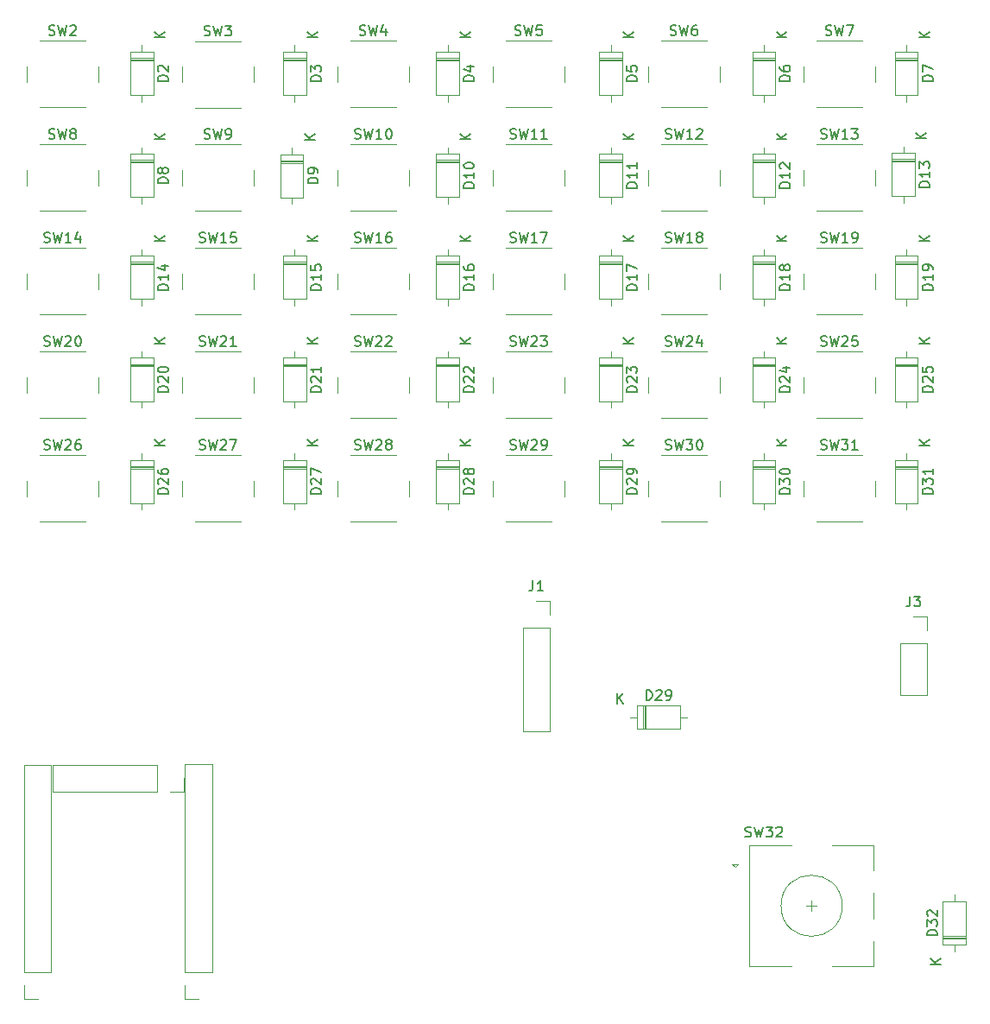
<source format=gbr>
%TF.GenerationSoftware,KiCad,Pcbnew,9.0.7*%
%TF.CreationDate,2026-02-01T21:09:59+09:00*%
%TF.ProjectId,YMMkeyboard,594d4d6b-6579-4626-9f61-72642e6b6963,rev?*%
%TF.SameCoordinates,Original*%
%TF.FileFunction,Legend,Top*%
%TF.FilePolarity,Positive*%
%FSLAX46Y46*%
G04 Gerber Fmt 4.6, Leading zero omitted, Abs format (unit mm)*
G04 Created by KiCad (PCBNEW 9.0.7) date 2026-02-01 21:09:59*
%MOMM*%
%LPD*%
G01*
G04 APERTURE LIST*
%ADD10C,0.150000*%
%ADD11C,0.120000*%
G04 APERTURE END LIST*
D10*
X177785714Y-90334819D02*
X177785714Y-89334819D01*
X177785714Y-89334819D02*
X178023809Y-89334819D01*
X178023809Y-89334819D02*
X178166666Y-89382438D01*
X178166666Y-89382438D02*
X178261904Y-89477676D01*
X178261904Y-89477676D02*
X178309523Y-89572914D01*
X178309523Y-89572914D02*
X178357142Y-89763390D01*
X178357142Y-89763390D02*
X178357142Y-89906247D01*
X178357142Y-89906247D02*
X178309523Y-90096723D01*
X178309523Y-90096723D02*
X178261904Y-90191961D01*
X178261904Y-90191961D02*
X178166666Y-90287200D01*
X178166666Y-90287200D02*
X178023809Y-90334819D01*
X178023809Y-90334819D02*
X177785714Y-90334819D01*
X178738095Y-89430057D02*
X178785714Y-89382438D01*
X178785714Y-89382438D02*
X178880952Y-89334819D01*
X178880952Y-89334819D02*
X179119047Y-89334819D01*
X179119047Y-89334819D02*
X179214285Y-89382438D01*
X179214285Y-89382438D02*
X179261904Y-89430057D01*
X179261904Y-89430057D02*
X179309523Y-89525295D01*
X179309523Y-89525295D02*
X179309523Y-89620533D01*
X179309523Y-89620533D02*
X179261904Y-89763390D01*
X179261904Y-89763390D02*
X178690476Y-90334819D01*
X178690476Y-90334819D02*
X179309523Y-90334819D01*
X179785714Y-90334819D02*
X179976190Y-90334819D01*
X179976190Y-90334819D02*
X180071428Y-90287200D01*
X180071428Y-90287200D02*
X180119047Y-90239580D01*
X180119047Y-90239580D02*
X180214285Y-90096723D01*
X180214285Y-90096723D02*
X180261904Y-89906247D01*
X180261904Y-89906247D02*
X180261904Y-89525295D01*
X180261904Y-89525295D02*
X180214285Y-89430057D01*
X180214285Y-89430057D02*
X180166666Y-89382438D01*
X180166666Y-89382438D02*
X180071428Y-89334819D01*
X180071428Y-89334819D02*
X179880952Y-89334819D01*
X179880952Y-89334819D02*
X179785714Y-89382438D01*
X179785714Y-89382438D02*
X179738095Y-89430057D01*
X179738095Y-89430057D02*
X179690476Y-89525295D01*
X179690476Y-89525295D02*
X179690476Y-89763390D01*
X179690476Y-89763390D02*
X179738095Y-89858628D01*
X179738095Y-89858628D02*
X179785714Y-89906247D01*
X179785714Y-89906247D02*
X179880952Y-89953866D01*
X179880952Y-89953866D02*
X180071428Y-89953866D01*
X180071428Y-89953866D02*
X180166666Y-89906247D01*
X180166666Y-89906247D02*
X180214285Y-89858628D01*
X180214285Y-89858628D02*
X180261904Y-89763390D01*
X174928095Y-90654819D02*
X174928095Y-89654819D01*
X175499523Y-90654819D02*
X175070952Y-90083390D01*
X175499523Y-89654819D02*
X174928095Y-90226247D01*
X145574819Y-39658094D02*
X144574819Y-39658094D01*
X144574819Y-39658094D02*
X144574819Y-39419999D01*
X144574819Y-39419999D02*
X144622438Y-39277142D01*
X144622438Y-39277142D02*
X144717676Y-39181904D01*
X144717676Y-39181904D02*
X144812914Y-39134285D01*
X144812914Y-39134285D02*
X145003390Y-39086666D01*
X145003390Y-39086666D02*
X145146247Y-39086666D01*
X145146247Y-39086666D02*
X145336723Y-39134285D01*
X145336723Y-39134285D02*
X145431961Y-39181904D01*
X145431961Y-39181904D02*
X145527200Y-39277142D01*
X145527200Y-39277142D02*
X145574819Y-39419999D01*
X145574819Y-39419999D02*
X145574819Y-39658094D01*
X145574819Y-38610475D02*
X145574819Y-38419999D01*
X145574819Y-38419999D02*
X145527200Y-38324761D01*
X145527200Y-38324761D02*
X145479580Y-38277142D01*
X145479580Y-38277142D02*
X145336723Y-38181904D01*
X145336723Y-38181904D02*
X145146247Y-38134285D01*
X145146247Y-38134285D02*
X144765295Y-38134285D01*
X144765295Y-38134285D02*
X144670057Y-38181904D01*
X144670057Y-38181904D02*
X144622438Y-38229523D01*
X144622438Y-38229523D02*
X144574819Y-38324761D01*
X144574819Y-38324761D02*
X144574819Y-38515237D01*
X144574819Y-38515237D02*
X144622438Y-38610475D01*
X144622438Y-38610475D02*
X144670057Y-38658094D01*
X144670057Y-38658094D02*
X144765295Y-38705713D01*
X144765295Y-38705713D02*
X145003390Y-38705713D01*
X145003390Y-38705713D02*
X145098628Y-38658094D01*
X145098628Y-38658094D02*
X145146247Y-38610475D01*
X145146247Y-38610475D02*
X145193866Y-38515237D01*
X145193866Y-38515237D02*
X145193866Y-38324761D01*
X145193866Y-38324761D02*
X145146247Y-38229523D01*
X145146247Y-38229523D02*
X145098628Y-38181904D01*
X145098628Y-38181904D02*
X145003390Y-38134285D01*
X145254819Y-35371904D02*
X144254819Y-35371904D01*
X145254819Y-34800476D02*
X144683390Y-35229047D01*
X144254819Y-34800476D02*
X144826247Y-35371904D01*
X205574819Y-40024285D02*
X204574819Y-40024285D01*
X204574819Y-40024285D02*
X204574819Y-39786190D01*
X204574819Y-39786190D02*
X204622438Y-39643333D01*
X204622438Y-39643333D02*
X204717676Y-39548095D01*
X204717676Y-39548095D02*
X204812914Y-39500476D01*
X204812914Y-39500476D02*
X205003390Y-39452857D01*
X205003390Y-39452857D02*
X205146247Y-39452857D01*
X205146247Y-39452857D02*
X205336723Y-39500476D01*
X205336723Y-39500476D02*
X205431961Y-39548095D01*
X205431961Y-39548095D02*
X205527200Y-39643333D01*
X205527200Y-39643333D02*
X205574819Y-39786190D01*
X205574819Y-39786190D02*
X205574819Y-40024285D01*
X205574819Y-38500476D02*
X205574819Y-39071904D01*
X205574819Y-38786190D02*
X204574819Y-38786190D01*
X204574819Y-38786190D02*
X204717676Y-38881428D01*
X204717676Y-38881428D02*
X204812914Y-38976666D01*
X204812914Y-38976666D02*
X204860533Y-39071904D01*
X204574819Y-38167142D02*
X204574819Y-37548095D01*
X204574819Y-37548095D02*
X204955771Y-37881428D01*
X204955771Y-37881428D02*
X204955771Y-37738571D01*
X204955771Y-37738571D02*
X205003390Y-37643333D01*
X205003390Y-37643333D02*
X205051009Y-37595714D01*
X205051009Y-37595714D02*
X205146247Y-37548095D01*
X205146247Y-37548095D02*
X205384342Y-37548095D01*
X205384342Y-37548095D02*
X205479580Y-37595714D01*
X205479580Y-37595714D02*
X205527200Y-37643333D01*
X205527200Y-37643333D02*
X205574819Y-37738571D01*
X205574819Y-37738571D02*
X205574819Y-38024285D01*
X205574819Y-38024285D02*
X205527200Y-38119523D01*
X205527200Y-38119523D02*
X205479580Y-38167142D01*
X205254819Y-35261904D02*
X204254819Y-35261904D01*
X205254819Y-34690476D02*
X204683390Y-35119047D01*
X204254819Y-34690476D02*
X204826247Y-35261904D01*
X145874819Y-29628094D02*
X144874819Y-29628094D01*
X144874819Y-29628094D02*
X144874819Y-29389999D01*
X144874819Y-29389999D02*
X144922438Y-29247142D01*
X144922438Y-29247142D02*
X145017676Y-29151904D01*
X145017676Y-29151904D02*
X145112914Y-29104285D01*
X145112914Y-29104285D02*
X145303390Y-29056666D01*
X145303390Y-29056666D02*
X145446247Y-29056666D01*
X145446247Y-29056666D02*
X145636723Y-29104285D01*
X145636723Y-29104285D02*
X145731961Y-29151904D01*
X145731961Y-29151904D02*
X145827200Y-29247142D01*
X145827200Y-29247142D02*
X145874819Y-29389999D01*
X145874819Y-29389999D02*
X145874819Y-29628094D01*
X144874819Y-28723332D02*
X144874819Y-28104285D01*
X144874819Y-28104285D02*
X145255771Y-28437618D01*
X145255771Y-28437618D02*
X145255771Y-28294761D01*
X145255771Y-28294761D02*
X145303390Y-28199523D01*
X145303390Y-28199523D02*
X145351009Y-28151904D01*
X145351009Y-28151904D02*
X145446247Y-28104285D01*
X145446247Y-28104285D02*
X145684342Y-28104285D01*
X145684342Y-28104285D02*
X145779580Y-28151904D01*
X145779580Y-28151904D02*
X145827200Y-28199523D01*
X145827200Y-28199523D02*
X145874819Y-28294761D01*
X145874819Y-28294761D02*
X145874819Y-28580475D01*
X145874819Y-28580475D02*
X145827200Y-28675713D01*
X145827200Y-28675713D02*
X145779580Y-28723332D01*
X145554819Y-25341904D02*
X144554819Y-25341904D01*
X145554819Y-24770476D02*
X144983390Y-25199047D01*
X144554819Y-24770476D02*
X145126247Y-25341904D01*
X145874819Y-50104285D02*
X144874819Y-50104285D01*
X144874819Y-50104285D02*
X144874819Y-49866190D01*
X144874819Y-49866190D02*
X144922438Y-49723333D01*
X144922438Y-49723333D02*
X145017676Y-49628095D01*
X145017676Y-49628095D02*
X145112914Y-49580476D01*
X145112914Y-49580476D02*
X145303390Y-49532857D01*
X145303390Y-49532857D02*
X145446247Y-49532857D01*
X145446247Y-49532857D02*
X145636723Y-49580476D01*
X145636723Y-49580476D02*
X145731961Y-49628095D01*
X145731961Y-49628095D02*
X145827200Y-49723333D01*
X145827200Y-49723333D02*
X145874819Y-49866190D01*
X145874819Y-49866190D02*
X145874819Y-50104285D01*
X145874819Y-48580476D02*
X145874819Y-49151904D01*
X145874819Y-48866190D02*
X144874819Y-48866190D01*
X144874819Y-48866190D02*
X145017676Y-48961428D01*
X145017676Y-48961428D02*
X145112914Y-49056666D01*
X145112914Y-49056666D02*
X145160533Y-49151904D01*
X144874819Y-47675714D02*
X144874819Y-48151904D01*
X144874819Y-48151904D02*
X145351009Y-48199523D01*
X145351009Y-48199523D02*
X145303390Y-48151904D01*
X145303390Y-48151904D02*
X145255771Y-48056666D01*
X145255771Y-48056666D02*
X145255771Y-47818571D01*
X145255771Y-47818571D02*
X145303390Y-47723333D01*
X145303390Y-47723333D02*
X145351009Y-47675714D01*
X145351009Y-47675714D02*
X145446247Y-47628095D01*
X145446247Y-47628095D02*
X145684342Y-47628095D01*
X145684342Y-47628095D02*
X145779580Y-47675714D01*
X145779580Y-47675714D02*
X145827200Y-47723333D01*
X145827200Y-47723333D02*
X145874819Y-47818571D01*
X145874819Y-47818571D02*
X145874819Y-48056666D01*
X145874819Y-48056666D02*
X145827200Y-48151904D01*
X145827200Y-48151904D02*
X145779580Y-48199523D01*
X145554819Y-45341904D02*
X144554819Y-45341904D01*
X145554819Y-44770476D02*
X144983390Y-45199047D01*
X144554819Y-44770476D02*
X145126247Y-45341904D01*
X191874819Y-40104285D02*
X190874819Y-40104285D01*
X190874819Y-40104285D02*
X190874819Y-39866190D01*
X190874819Y-39866190D02*
X190922438Y-39723333D01*
X190922438Y-39723333D02*
X191017676Y-39628095D01*
X191017676Y-39628095D02*
X191112914Y-39580476D01*
X191112914Y-39580476D02*
X191303390Y-39532857D01*
X191303390Y-39532857D02*
X191446247Y-39532857D01*
X191446247Y-39532857D02*
X191636723Y-39580476D01*
X191636723Y-39580476D02*
X191731961Y-39628095D01*
X191731961Y-39628095D02*
X191827200Y-39723333D01*
X191827200Y-39723333D02*
X191874819Y-39866190D01*
X191874819Y-39866190D02*
X191874819Y-40104285D01*
X191874819Y-38580476D02*
X191874819Y-39151904D01*
X191874819Y-38866190D02*
X190874819Y-38866190D01*
X190874819Y-38866190D02*
X191017676Y-38961428D01*
X191017676Y-38961428D02*
X191112914Y-39056666D01*
X191112914Y-39056666D02*
X191160533Y-39151904D01*
X190970057Y-38199523D02*
X190922438Y-38151904D01*
X190922438Y-38151904D02*
X190874819Y-38056666D01*
X190874819Y-38056666D02*
X190874819Y-37818571D01*
X190874819Y-37818571D02*
X190922438Y-37723333D01*
X190922438Y-37723333D02*
X190970057Y-37675714D01*
X190970057Y-37675714D02*
X191065295Y-37628095D01*
X191065295Y-37628095D02*
X191160533Y-37628095D01*
X191160533Y-37628095D02*
X191303390Y-37675714D01*
X191303390Y-37675714D02*
X191874819Y-38247142D01*
X191874819Y-38247142D02*
X191874819Y-37628095D01*
X191554819Y-35341904D02*
X190554819Y-35341904D01*
X191554819Y-34770476D02*
X190983390Y-35199047D01*
X190554819Y-34770476D02*
X191126247Y-35341904D01*
X130874819Y-29628094D02*
X129874819Y-29628094D01*
X129874819Y-29628094D02*
X129874819Y-29389999D01*
X129874819Y-29389999D02*
X129922438Y-29247142D01*
X129922438Y-29247142D02*
X130017676Y-29151904D01*
X130017676Y-29151904D02*
X130112914Y-29104285D01*
X130112914Y-29104285D02*
X130303390Y-29056666D01*
X130303390Y-29056666D02*
X130446247Y-29056666D01*
X130446247Y-29056666D02*
X130636723Y-29104285D01*
X130636723Y-29104285D02*
X130731961Y-29151904D01*
X130731961Y-29151904D02*
X130827200Y-29247142D01*
X130827200Y-29247142D02*
X130874819Y-29389999D01*
X130874819Y-29389999D02*
X130874819Y-29628094D01*
X129970057Y-28675713D02*
X129922438Y-28628094D01*
X129922438Y-28628094D02*
X129874819Y-28532856D01*
X129874819Y-28532856D02*
X129874819Y-28294761D01*
X129874819Y-28294761D02*
X129922438Y-28199523D01*
X129922438Y-28199523D02*
X129970057Y-28151904D01*
X129970057Y-28151904D02*
X130065295Y-28104285D01*
X130065295Y-28104285D02*
X130160533Y-28104285D01*
X130160533Y-28104285D02*
X130303390Y-28151904D01*
X130303390Y-28151904D02*
X130874819Y-28723332D01*
X130874819Y-28723332D02*
X130874819Y-28104285D01*
X130554819Y-25341904D02*
X129554819Y-25341904D01*
X130554819Y-24770476D02*
X129983390Y-25199047D01*
X129554819Y-24770476D02*
X130126247Y-25341904D01*
X187490476Y-103707200D02*
X187633333Y-103754819D01*
X187633333Y-103754819D02*
X187871428Y-103754819D01*
X187871428Y-103754819D02*
X187966666Y-103707200D01*
X187966666Y-103707200D02*
X188014285Y-103659580D01*
X188014285Y-103659580D02*
X188061904Y-103564342D01*
X188061904Y-103564342D02*
X188061904Y-103469104D01*
X188061904Y-103469104D02*
X188014285Y-103373866D01*
X188014285Y-103373866D02*
X187966666Y-103326247D01*
X187966666Y-103326247D02*
X187871428Y-103278628D01*
X187871428Y-103278628D02*
X187680952Y-103231009D01*
X187680952Y-103231009D02*
X187585714Y-103183390D01*
X187585714Y-103183390D02*
X187538095Y-103135771D01*
X187538095Y-103135771D02*
X187490476Y-103040533D01*
X187490476Y-103040533D02*
X187490476Y-102945295D01*
X187490476Y-102945295D02*
X187538095Y-102850057D01*
X187538095Y-102850057D02*
X187585714Y-102802438D01*
X187585714Y-102802438D02*
X187680952Y-102754819D01*
X187680952Y-102754819D02*
X187919047Y-102754819D01*
X187919047Y-102754819D02*
X188061904Y-102802438D01*
X188395238Y-102754819D02*
X188633333Y-103754819D01*
X188633333Y-103754819D02*
X188823809Y-103040533D01*
X188823809Y-103040533D02*
X189014285Y-103754819D01*
X189014285Y-103754819D02*
X189252381Y-102754819D01*
X189538095Y-102754819D02*
X190157142Y-102754819D01*
X190157142Y-102754819D02*
X189823809Y-103135771D01*
X189823809Y-103135771D02*
X189966666Y-103135771D01*
X189966666Y-103135771D02*
X190061904Y-103183390D01*
X190061904Y-103183390D02*
X190109523Y-103231009D01*
X190109523Y-103231009D02*
X190157142Y-103326247D01*
X190157142Y-103326247D02*
X190157142Y-103564342D01*
X190157142Y-103564342D02*
X190109523Y-103659580D01*
X190109523Y-103659580D02*
X190061904Y-103707200D01*
X190061904Y-103707200D02*
X189966666Y-103754819D01*
X189966666Y-103754819D02*
X189680952Y-103754819D01*
X189680952Y-103754819D02*
X189585714Y-103707200D01*
X189585714Y-103707200D02*
X189538095Y-103659580D01*
X190538095Y-102850057D02*
X190585714Y-102802438D01*
X190585714Y-102802438D02*
X190680952Y-102754819D01*
X190680952Y-102754819D02*
X190919047Y-102754819D01*
X190919047Y-102754819D02*
X191014285Y-102802438D01*
X191014285Y-102802438D02*
X191061904Y-102850057D01*
X191061904Y-102850057D02*
X191109523Y-102945295D01*
X191109523Y-102945295D02*
X191109523Y-103040533D01*
X191109523Y-103040533D02*
X191061904Y-103183390D01*
X191061904Y-103183390D02*
X190490476Y-103754819D01*
X190490476Y-103754819D02*
X191109523Y-103754819D01*
X194900476Y-65727200D02*
X195043333Y-65774819D01*
X195043333Y-65774819D02*
X195281428Y-65774819D01*
X195281428Y-65774819D02*
X195376666Y-65727200D01*
X195376666Y-65727200D02*
X195424285Y-65679580D01*
X195424285Y-65679580D02*
X195471904Y-65584342D01*
X195471904Y-65584342D02*
X195471904Y-65489104D01*
X195471904Y-65489104D02*
X195424285Y-65393866D01*
X195424285Y-65393866D02*
X195376666Y-65346247D01*
X195376666Y-65346247D02*
X195281428Y-65298628D01*
X195281428Y-65298628D02*
X195090952Y-65251009D01*
X195090952Y-65251009D02*
X194995714Y-65203390D01*
X194995714Y-65203390D02*
X194948095Y-65155771D01*
X194948095Y-65155771D02*
X194900476Y-65060533D01*
X194900476Y-65060533D02*
X194900476Y-64965295D01*
X194900476Y-64965295D02*
X194948095Y-64870057D01*
X194948095Y-64870057D02*
X194995714Y-64822438D01*
X194995714Y-64822438D02*
X195090952Y-64774819D01*
X195090952Y-64774819D02*
X195329047Y-64774819D01*
X195329047Y-64774819D02*
X195471904Y-64822438D01*
X195805238Y-64774819D02*
X196043333Y-65774819D01*
X196043333Y-65774819D02*
X196233809Y-65060533D01*
X196233809Y-65060533D02*
X196424285Y-65774819D01*
X196424285Y-65774819D02*
X196662381Y-64774819D01*
X196948095Y-64774819D02*
X197567142Y-64774819D01*
X197567142Y-64774819D02*
X197233809Y-65155771D01*
X197233809Y-65155771D02*
X197376666Y-65155771D01*
X197376666Y-65155771D02*
X197471904Y-65203390D01*
X197471904Y-65203390D02*
X197519523Y-65251009D01*
X197519523Y-65251009D02*
X197567142Y-65346247D01*
X197567142Y-65346247D02*
X197567142Y-65584342D01*
X197567142Y-65584342D02*
X197519523Y-65679580D01*
X197519523Y-65679580D02*
X197471904Y-65727200D01*
X197471904Y-65727200D02*
X197376666Y-65774819D01*
X197376666Y-65774819D02*
X197090952Y-65774819D01*
X197090952Y-65774819D02*
X196995714Y-65727200D01*
X196995714Y-65727200D02*
X196948095Y-65679580D01*
X198519523Y-65774819D02*
X197948095Y-65774819D01*
X198233809Y-65774819D02*
X198233809Y-64774819D01*
X198233809Y-64774819D02*
X198138571Y-64917676D01*
X198138571Y-64917676D02*
X198043333Y-65012914D01*
X198043333Y-65012914D02*
X197948095Y-65060533D01*
X179660476Y-65727200D02*
X179803333Y-65774819D01*
X179803333Y-65774819D02*
X180041428Y-65774819D01*
X180041428Y-65774819D02*
X180136666Y-65727200D01*
X180136666Y-65727200D02*
X180184285Y-65679580D01*
X180184285Y-65679580D02*
X180231904Y-65584342D01*
X180231904Y-65584342D02*
X180231904Y-65489104D01*
X180231904Y-65489104D02*
X180184285Y-65393866D01*
X180184285Y-65393866D02*
X180136666Y-65346247D01*
X180136666Y-65346247D02*
X180041428Y-65298628D01*
X180041428Y-65298628D02*
X179850952Y-65251009D01*
X179850952Y-65251009D02*
X179755714Y-65203390D01*
X179755714Y-65203390D02*
X179708095Y-65155771D01*
X179708095Y-65155771D02*
X179660476Y-65060533D01*
X179660476Y-65060533D02*
X179660476Y-64965295D01*
X179660476Y-64965295D02*
X179708095Y-64870057D01*
X179708095Y-64870057D02*
X179755714Y-64822438D01*
X179755714Y-64822438D02*
X179850952Y-64774819D01*
X179850952Y-64774819D02*
X180089047Y-64774819D01*
X180089047Y-64774819D02*
X180231904Y-64822438D01*
X180565238Y-64774819D02*
X180803333Y-65774819D01*
X180803333Y-65774819D02*
X180993809Y-65060533D01*
X180993809Y-65060533D02*
X181184285Y-65774819D01*
X181184285Y-65774819D02*
X181422381Y-64774819D01*
X181708095Y-64774819D02*
X182327142Y-64774819D01*
X182327142Y-64774819D02*
X181993809Y-65155771D01*
X181993809Y-65155771D02*
X182136666Y-65155771D01*
X182136666Y-65155771D02*
X182231904Y-65203390D01*
X182231904Y-65203390D02*
X182279523Y-65251009D01*
X182279523Y-65251009D02*
X182327142Y-65346247D01*
X182327142Y-65346247D02*
X182327142Y-65584342D01*
X182327142Y-65584342D02*
X182279523Y-65679580D01*
X182279523Y-65679580D02*
X182231904Y-65727200D01*
X182231904Y-65727200D02*
X182136666Y-65774819D01*
X182136666Y-65774819D02*
X181850952Y-65774819D01*
X181850952Y-65774819D02*
X181755714Y-65727200D01*
X181755714Y-65727200D02*
X181708095Y-65679580D01*
X182946190Y-64774819D02*
X183041428Y-64774819D01*
X183041428Y-64774819D02*
X183136666Y-64822438D01*
X183136666Y-64822438D02*
X183184285Y-64870057D01*
X183184285Y-64870057D02*
X183231904Y-64965295D01*
X183231904Y-64965295D02*
X183279523Y-65155771D01*
X183279523Y-65155771D02*
X183279523Y-65393866D01*
X183279523Y-65393866D02*
X183231904Y-65584342D01*
X183231904Y-65584342D02*
X183184285Y-65679580D01*
X183184285Y-65679580D02*
X183136666Y-65727200D01*
X183136666Y-65727200D02*
X183041428Y-65774819D01*
X183041428Y-65774819D02*
X182946190Y-65774819D01*
X182946190Y-65774819D02*
X182850952Y-65727200D01*
X182850952Y-65727200D02*
X182803333Y-65679580D01*
X182803333Y-65679580D02*
X182755714Y-65584342D01*
X182755714Y-65584342D02*
X182708095Y-65393866D01*
X182708095Y-65393866D02*
X182708095Y-65155771D01*
X182708095Y-65155771D02*
X182755714Y-64965295D01*
X182755714Y-64965295D02*
X182803333Y-64870057D01*
X182803333Y-64870057D02*
X182850952Y-64822438D01*
X182850952Y-64822438D02*
X182946190Y-64774819D01*
X164420476Y-65727200D02*
X164563333Y-65774819D01*
X164563333Y-65774819D02*
X164801428Y-65774819D01*
X164801428Y-65774819D02*
X164896666Y-65727200D01*
X164896666Y-65727200D02*
X164944285Y-65679580D01*
X164944285Y-65679580D02*
X164991904Y-65584342D01*
X164991904Y-65584342D02*
X164991904Y-65489104D01*
X164991904Y-65489104D02*
X164944285Y-65393866D01*
X164944285Y-65393866D02*
X164896666Y-65346247D01*
X164896666Y-65346247D02*
X164801428Y-65298628D01*
X164801428Y-65298628D02*
X164610952Y-65251009D01*
X164610952Y-65251009D02*
X164515714Y-65203390D01*
X164515714Y-65203390D02*
X164468095Y-65155771D01*
X164468095Y-65155771D02*
X164420476Y-65060533D01*
X164420476Y-65060533D02*
X164420476Y-64965295D01*
X164420476Y-64965295D02*
X164468095Y-64870057D01*
X164468095Y-64870057D02*
X164515714Y-64822438D01*
X164515714Y-64822438D02*
X164610952Y-64774819D01*
X164610952Y-64774819D02*
X164849047Y-64774819D01*
X164849047Y-64774819D02*
X164991904Y-64822438D01*
X165325238Y-64774819D02*
X165563333Y-65774819D01*
X165563333Y-65774819D02*
X165753809Y-65060533D01*
X165753809Y-65060533D02*
X165944285Y-65774819D01*
X165944285Y-65774819D02*
X166182381Y-64774819D01*
X166515714Y-64870057D02*
X166563333Y-64822438D01*
X166563333Y-64822438D02*
X166658571Y-64774819D01*
X166658571Y-64774819D02*
X166896666Y-64774819D01*
X166896666Y-64774819D02*
X166991904Y-64822438D01*
X166991904Y-64822438D02*
X167039523Y-64870057D01*
X167039523Y-64870057D02*
X167087142Y-64965295D01*
X167087142Y-64965295D02*
X167087142Y-65060533D01*
X167087142Y-65060533D02*
X167039523Y-65203390D01*
X167039523Y-65203390D02*
X166468095Y-65774819D01*
X166468095Y-65774819D02*
X167087142Y-65774819D01*
X167563333Y-65774819D02*
X167753809Y-65774819D01*
X167753809Y-65774819D02*
X167849047Y-65727200D01*
X167849047Y-65727200D02*
X167896666Y-65679580D01*
X167896666Y-65679580D02*
X167991904Y-65536723D01*
X167991904Y-65536723D02*
X168039523Y-65346247D01*
X168039523Y-65346247D02*
X168039523Y-64965295D01*
X168039523Y-64965295D02*
X167991904Y-64870057D01*
X167991904Y-64870057D02*
X167944285Y-64822438D01*
X167944285Y-64822438D02*
X167849047Y-64774819D01*
X167849047Y-64774819D02*
X167658571Y-64774819D01*
X167658571Y-64774819D02*
X167563333Y-64822438D01*
X167563333Y-64822438D02*
X167515714Y-64870057D01*
X167515714Y-64870057D02*
X167468095Y-64965295D01*
X167468095Y-64965295D02*
X167468095Y-65203390D01*
X167468095Y-65203390D02*
X167515714Y-65298628D01*
X167515714Y-65298628D02*
X167563333Y-65346247D01*
X167563333Y-65346247D02*
X167658571Y-65393866D01*
X167658571Y-65393866D02*
X167849047Y-65393866D01*
X167849047Y-65393866D02*
X167944285Y-65346247D01*
X167944285Y-65346247D02*
X167991904Y-65298628D01*
X167991904Y-65298628D02*
X168039523Y-65203390D01*
X149180476Y-65727200D02*
X149323333Y-65774819D01*
X149323333Y-65774819D02*
X149561428Y-65774819D01*
X149561428Y-65774819D02*
X149656666Y-65727200D01*
X149656666Y-65727200D02*
X149704285Y-65679580D01*
X149704285Y-65679580D02*
X149751904Y-65584342D01*
X149751904Y-65584342D02*
X149751904Y-65489104D01*
X149751904Y-65489104D02*
X149704285Y-65393866D01*
X149704285Y-65393866D02*
X149656666Y-65346247D01*
X149656666Y-65346247D02*
X149561428Y-65298628D01*
X149561428Y-65298628D02*
X149370952Y-65251009D01*
X149370952Y-65251009D02*
X149275714Y-65203390D01*
X149275714Y-65203390D02*
X149228095Y-65155771D01*
X149228095Y-65155771D02*
X149180476Y-65060533D01*
X149180476Y-65060533D02*
X149180476Y-64965295D01*
X149180476Y-64965295D02*
X149228095Y-64870057D01*
X149228095Y-64870057D02*
X149275714Y-64822438D01*
X149275714Y-64822438D02*
X149370952Y-64774819D01*
X149370952Y-64774819D02*
X149609047Y-64774819D01*
X149609047Y-64774819D02*
X149751904Y-64822438D01*
X150085238Y-64774819D02*
X150323333Y-65774819D01*
X150323333Y-65774819D02*
X150513809Y-65060533D01*
X150513809Y-65060533D02*
X150704285Y-65774819D01*
X150704285Y-65774819D02*
X150942381Y-64774819D01*
X151275714Y-64870057D02*
X151323333Y-64822438D01*
X151323333Y-64822438D02*
X151418571Y-64774819D01*
X151418571Y-64774819D02*
X151656666Y-64774819D01*
X151656666Y-64774819D02*
X151751904Y-64822438D01*
X151751904Y-64822438D02*
X151799523Y-64870057D01*
X151799523Y-64870057D02*
X151847142Y-64965295D01*
X151847142Y-64965295D02*
X151847142Y-65060533D01*
X151847142Y-65060533D02*
X151799523Y-65203390D01*
X151799523Y-65203390D02*
X151228095Y-65774819D01*
X151228095Y-65774819D02*
X151847142Y-65774819D01*
X152418571Y-65203390D02*
X152323333Y-65155771D01*
X152323333Y-65155771D02*
X152275714Y-65108152D01*
X152275714Y-65108152D02*
X152228095Y-65012914D01*
X152228095Y-65012914D02*
X152228095Y-64965295D01*
X152228095Y-64965295D02*
X152275714Y-64870057D01*
X152275714Y-64870057D02*
X152323333Y-64822438D01*
X152323333Y-64822438D02*
X152418571Y-64774819D01*
X152418571Y-64774819D02*
X152609047Y-64774819D01*
X152609047Y-64774819D02*
X152704285Y-64822438D01*
X152704285Y-64822438D02*
X152751904Y-64870057D01*
X152751904Y-64870057D02*
X152799523Y-64965295D01*
X152799523Y-64965295D02*
X152799523Y-65012914D01*
X152799523Y-65012914D02*
X152751904Y-65108152D01*
X152751904Y-65108152D02*
X152704285Y-65155771D01*
X152704285Y-65155771D02*
X152609047Y-65203390D01*
X152609047Y-65203390D02*
X152418571Y-65203390D01*
X152418571Y-65203390D02*
X152323333Y-65251009D01*
X152323333Y-65251009D02*
X152275714Y-65298628D01*
X152275714Y-65298628D02*
X152228095Y-65393866D01*
X152228095Y-65393866D02*
X152228095Y-65584342D01*
X152228095Y-65584342D02*
X152275714Y-65679580D01*
X152275714Y-65679580D02*
X152323333Y-65727200D01*
X152323333Y-65727200D02*
X152418571Y-65774819D01*
X152418571Y-65774819D02*
X152609047Y-65774819D01*
X152609047Y-65774819D02*
X152704285Y-65727200D01*
X152704285Y-65727200D02*
X152751904Y-65679580D01*
X152751904Y-65679580D02*
X152799523Y-65584342D01*
X152799523Y-65584342D02*
X152799523Y-65393866D01*
X152799523Y-65393866D02*
X152751904Y-65298628D01*
X152751904Y-65298628D02*
X152704285Y-65251009D01*
X152704285Y-65251009D02*
X152609047Y-65203390D01*
X133940476Y-65727200D02*
X134083333Y-65774819D01*
X134083333Y-65774819D02*
X134321428Y-65774819D01*
X134321428Y-65774819D02*
X134416666Y-65727200D01*
X134416666Y-65727200D02*
X134464285Y-65679580D01*
X134464285Y-65679580D02*
X134511904Y-65584342D01*
X134511904Y-65584342D02*
X134511904Y-65489104D01*
X134511904Y-65489104D02*
X134464285Y-65393866D01*
X134464285Y-65393866D02*
X134416666Y-65346247D01*
X134416666Y-65346247D02*
X134321428Y-65298628D01*
X134321428Y-65298628D02*
X134130952Y-65251009D01*
X134130952Y-65251009D02*
X134035714Y-65203390D01*
X134035714Y-65203390D02*
X133988095Y-65155771D01*
X133988095Y-65155771D02*
X133940476Y-65060533D01*
X133940476Y-65060533D02*
X133940476Y-64965295D01*
X133940476Y-64965295D02*
X133988095Y-64870057D01*
X133988095Y-64870057D02*
X134035714Y-64822438D01*
X134035714Y-64822438D02*
X134130952Y-64774819D01*
X134130952Y-64774819D02*
X134369047Y-64774819D01*
X134369047Y-64774819D02*
X134511904Y-64822438D01*
X134845238Y-64774819D02*
X135083333Y-65774819D01*
X135083333Y-65774819D02*
X135273809Y-65060533D01*
X135273809Y-65060533D02*
X135464285Y-65774819D01*
X135464285Y-65774819D02*
X135702381Y-64774819D01*
X136035714Y-64870057D02*
X136083333Y-64822438D01*
X136083333Y-64822438D02*
X136178571Y-64774819D01*
X136178571Y-64774819D02*
X136416666Y-64774819D01*
X136416666Y-64774819D02*
X136511904Y-64822438D01*
X136511904Y-64822438D02*
X136559523Y-64870057D01*
X136559523Y-64870057D02*
X136607142Y-64965295D01*
X136607142Y-64965295D02*
X136607142Y-65060533D01*
X136607142Y-65060533D02*
X136559523Y-65203390D01*
X136559523Y-65203390D02*
X135988095Y-65774819D01*
X135988095Y-65774819D02*
X136607142Y-65774819D01*
X136940476Y-64774819D02*
X137607142Y-64774819D01*
X137607142Y-64774819D02*
X137178571Y-65774819D01*
X118700476Y-65727200D02*
X118843333Y-65774819D01*
X118843333Y-65774819D02*
X119081428Y-65774819D01*
X119081428Y-65774819D02*
X119176666Y-65727200D01*
X119176666Y-65727200D02*
X119224285Y-65679580D01*
X119224285Y-65679580D02*
X119271904Y-65584342D01*
X119271904Y-65584342D02*
X119271904Y-65489104D01*
X119271904Y-65489104D02*
X119224285Y-65393866D01*
X119224285Y-65393866D02*
X119176666Y-65346247D01*
X119176666Y-65346247D02*
X119081428Y-65298628D01*
X119081428Y-65298628D02*
X118890952Y-65251009D01*
X118890952Y-65251009D02*
X118795714Y-65203390D01*
X118795714Y-65203390D02*
X118748095Y-65155771D01*
X118748095Y-65155771D02*
X118700476Y-65060533D01*
X118700476Y-65060533D02*
X118700476Y-64965295D01*
X118700476Y-64965295D02*
X118748095Y-64870057D01*
X118748095Y-64870057D02*
X118795714Y-64822438D01*
X118795714Y-64822438D02*
X118890952Y-64774819D01*
X118890952Y-64774819D02*
X119129047Y-64774819D01*
X119129047Y-64774819D02*
X119271904Y-64822438D01*
X119605238Y-64774819D02*
X119843333Y-65774819D01*
X119843333Y-65774819D02*
X120033809Y-65060533D01*
X120033809Y-65060533D02*
X120224285Y-65774819D01*
X120224285Y-65774819D02*
X120462381Y-64774819D01*
X120795714Y-64870057D02*
X120843333Y-64822438D01*
X120843333Y-64822438D02*
X120938571Y-64774819D01*
X120938571Y-64774819D02*
X121176666Y-64774819D01*
X121176666Y-64774819D02*
X121271904Y-64822438D01*
X121271904Y-64822438D02*
X121319523Y-64870057D01*
X121319523Y-64870057D02*
X121367142Y-64965295D01*
X121367142Y-64965295D02*
X121367142Y-65060533D01*
X121367142Y-65060533D02*
X121319523Y-65203390D01*
X121319523Y-65203390D02*
X120748095Y-65774819D01*
X120748095Y-65774819D02*
X121367142Y-65774819D01*
X122224285Y-64774819D02*
X122033809Y-64774819D01*
X122033809Y-64774819D02*
X121938571Y-64822438D01*
X121938571Y-64822438D02*
X121890952Y-64870057D01*
X121890952Y-64870057D02*
X121795714Y-65012914D01*
X121795714Y-65012914D02*
X121748095Y-65203390D01*
X121748095Y-65203390D02*
X121748095Y-65584342D01*
X121748095Y-65584342D02*
X121795714Y-65679580D01*
X121795714Y-65679580D02*
X121843333Y-65727200D01*
X121843333Y-65727200D02*
X121938571Y-65774819D01*
X121938571Y-65774819D02*
X122129047Y-65774819D01*
X122129047Y-65774819D02*
X122224285Y-65727200D01*
X122224285Y-65727200D02*
X122271904Y-65679580D01*
X122271904Y-65679580D02*
X122319523Y-65584342D01*
X122319523Y-65584342D02*
X122319523Y-65346247D01*
X122319523Y-65346247D02*
X122271904Y-65251009D01*
X122271904Y-65251009D02*
X122224285Y-65203390D01*
X122224285Y-65203390D02*
X122129047Y-65155771D01*
X122129047Y-65155771D02*
X121938571Y-65155771D01*
X121938571Y-65155771D02*
X121843333Y-65203390D01*
X121843333Y-65203390D02*
X121795714Y-65251009D01*
X121795714Y-65251009D02*
X121748095Y-65346247D01*
X194900476Y-55567200D02*
X195043333Y-55614819D01*
X195043333Y-55614819D02*
X195281428Y-55614819D01*
X195281428Y-55614819D02*
X195376666Y-55567200D01*
X195376666Y-55567200D02*
X195424285Y-55519580D01*
X195424285Y-55519580D02*
X195471904Y-55424342D01*
X195471904Y-55424342D02*
X195471904Y-55329104D01*
X195471904Y-55329104D02*
X195424285Y-55233866D01*
X195424285Y-55233866D02*
X195376666Y-55186247D01*
X195376666Y-55186247D02*
X195281428Y-55138628D01*
X195281428Y-55138628D02*
X195090952Y-55091009D01*
X195090952Y-55091009D02*
X194995714Y-55043390D01*
X194995714Y-55043390D02*
X194948095Y-54995771D01*
X194948095Y-54995771D02*
X194900476Y-54900533D01*
X194900476Y-54900533D02*
X194900476Y-54805295D01*
X194900476Y-54805295D02*
X194948095Y-54710057D01*
X194948095Y-54710057D02*
X194995714Y-54662438D01*
X194995714Y-54662438D02*
X195090952Y-54614819D01*
X195090952Y-54614819D02*
X195329047Y-54614819D01*
X195329047Y-54614819D02*
X195471904Y-54662438D01*
X195805238Y-54614819D02*
X196043333Y-55614819D01*
X196043333Y-55614819D02*
X196233809Y-54900533D01*
X196233809Y-54900533D02*
X196424285Y-55614819D01*
X196424285Y-55614819D02*
X196662381Y-54614819D01*
X196995714Y-54710057D02*
X197043333Y-54662438D01*
X197043333Y-54662438D02*
X197138571Y-54614819D01*
X197138571Y-54614819D02*
X197376666Y-54614819D01*
X197376666Y-54614819D02*
X197471904Y-54662438D01*
X197471904Y-54662438D02*
X197519523Y-54710057D01*
X197519523Y-54710057D02*
X197567142Y-54805295D01*
X197567142Y-54805295D02*
X197567142Y-54900533D01*
X197567142Y-54900533D02*
X197519523Y-55043390D01*
X197519523Y-55043390D02*
X196948095Y-55614819D01*
X196948095Y-55614819D02*
X197567142Y-55614819D01*
X198471904Y-54614819D02*
X197995714Y-54614819D01*
X197995714Y-54614819D02*
X197948095Y-55091009D01*
X197948095Y-55091009D02*
X197995714Y-55043390D01*
X197995714Y-55043390D02*
X198090952Y-54995771D01*
X198090952Y-54995771D02*
X198329047Y-54995771D01*
X198329047Y-54995771D02*
X198424285Y-55043390D01*
X198424285Y-55043390D02*
X198471904Y-55091009D01*
X198471904Y-55091009D02*
X198519523Y-55186247D01*
X198519523Y-55186247D02*
X198519523Y-55424342D01*
X198519523Y-55424342D02*
X198471904Y-55519580D01*
X198471904Y-55519580D02*
X198424285Y-55567200D01*
X198424285Y-55567200D02*
X198329047Y-55614819D01*
X198329047Y-55614819D02*
X198090952Y-55614819D01*
X198090952Y-55614819D02*
X197995714Y-55567200D01*
X197995714Y-55567200D02*
X197948095Y-55519580D01*
X179660476Y-55567200D02*
X179803333Y-55614819D01*
X179803333Y-55614819D02*
X180041428Y-55614819D01*
X180041428Y-55614819D02*
X180136666Y-55567200D01*
X180136666Y-55567200D02*
X180184285Y-55519580D01*
X180184285Y-55519580D02*
X180231904Y-55424342D01*
X180231904Y-55424342D02*
X180231904Y-55329104D01*
X180231904Y-55329104D02*
X180184285Y-55233866D01*
X180184285Y-55233866D02*
X180136666Y-55186247D01*
X180136666Y-55186247D02*
X180041428Y-55138628D01*
X180041428Y-55138628D02*
X179850952Y-55091009D01*
X179850952Y-55091009D02*
X179755714Y-55043390D01*
X179755714Y-55043390D02*
X179708095Y-54995771D01*
X179708095Y-54995771D02*
X179660476Y-54900533D01*
X179660476Y-54900533D02*
X179660476Y-54805295D01*
X179660476Y-54805295D02*
X179708095Y-54710057D01*
X179708095Y-54710057D02*
X179755714Y-54662438D01*
X179755714Y-54662438D02*
X179850952Y-54614819D01*
X179850952Y-54614819D02*
X180089047Y-54614819D01*
X180089047Y-54614819D02*
X180231904Y-54662438D01*
X180565238Y-54614819D02*
X180803333Y-55614819D01*
X180803333Y-55614819D02*
X180993809Y-54900533D01*
X180993809Y-54900533D02*
X181184285Y-55614819D01*
X181184285Y-55614819D02*
X181422381Y-54614819D01*
X181755714Y-54710057D02*
X181803333Y-54662438D01*
X181803333Y-54662438D02*
X181898571Y-54614819D01*
X181898571Y-54614819D02*
X182136666Y-54614819D01*
X182136666Y-54614819D02*
X182231904Y-54662438D01*
X182231904Y-54662438D02*
X182279523Y-54710057D01*
X182279523Y-54710057D02*
X182327142Y-54805295D01*
X182327142Y-54805295D02*
X182327142Y-54900533D01*
X182327142Y-54900533D02*
X182279523Y-55043390D01*
X182279523Y-55043390D02*
X181708095Y-55614819D01*
X181708095Y-55614819D02*
X182327142Y-55614819D01*
X183184285Y-54948152D02*
X183184285Y-55614819D01*
X182946190Y-54567200D02*
X182708095Y-55281485D01*
X182708095Y-55281485D02*
X183327142Y-55281485D01*
X164420476Y-55567200D02*
X164563333Y-55614819D01*
X164563333Y-55614819D02*
X164801428Y-55614819D01*
X164801428Y-55614819D02*
X164896666Y-55567200D01*
X164896666Y-55567200D02*
X164944285Y-55519580D01*
X164944285Y-55519580D02*
X164991904Y-55424342D01*
X164991904Y-55424342D02*
X164991904Y-55329104D01*
X164991904Y-55329104D02*
X164944285Y-55233866D01*
X164944285Y-55233866D02*
X164896666Y-55186247D01*
X164896666Y-55186247D02*
X164801428Y-55138628D01*
X164801428Y-55138628D02*
X164610952Y-55091009D01*
X164610952Y-55091009D02*
X164515714Y-55043390D01*
X164515714Y-55043390D02*
X164468095Y-54995771D01*
X164468095Y-54995771D02*
X164420476Y-54900533D01*
X164420476Y-54900533D02*
X164420476Y-54805295D01*
X164420476Y-54805295D02*
X164468095Y-54710057D01*
X164468095Y-54710057D02*
X164515714Y-54662438D01*
X164515714Y-54662438D02*
X164610952Y-54614819D01*
X164610952Y-54614819D02*
X164849047Y-54614819D01*
X164849047Y-54614819D02*
X164991904Y-54662438D01*
X165325238Y-54614819D02*
X165563333Y-55614819D01*
X165563333Y-55614819D02*
X165753809Y-54900533D01*
X165753809Y-54900533D02*
X165944285Y-55614819D01*
X165944285Y-55614819D02*
X166182381Y-54614819D01*
X166515714Y-54710057D02*
X166563333Y-54662438D01*
X166563333Y-54662438D02*
X166658571Y-54614819D01*
X166658571Y-54614819D02*
X166896666Y-54614819D01*
X166896666Y-54614819D02*
X166991904Y-54662438D01*
X166991904Y-54662438D02*
X167039523Y-54710057D01*
X167039523Y-54710057D02*
X167087142Y-54805295D01*
X167087142Y-54805295D02*
X167087142Y-54900533D01*
X167087142Y-54900533D02*
X167039523Y-55043390D01*
X167039523Y-55043390D02*
X166468095Y-55614819D01*
X166468095Y-55614819D02*
X167087142Y-55614819D01*
X167420476Y-54614819D02*
X168039523Y-54614819D01*
X168039523Y-54614819D02*
X167706190Y-54995771D01*
X167706190Y-54995771D02*
X167849047Y-54995771D01*
X167849047Y-54995771D02*
X167944285Y-55043390D01*
X167944285Y-55043390D02*
X167991904Y-55091009D01*
X167991904Y-55091009D02*
X168039523Y-55186247D01*
X168039523Y-55186247D02*
X168039523Y-55424342D01*
X168039523Y-55424342D02*
X167991904Y-55519580D01*
X167991904Y-55519580D02*
X167944285Y-55567200D01*
X167944285Y-55567200D02*
X167849047Y-55614819D01*
X167849047Y-55614819D02*
X167563333Y-55614819D01*
X167563333Y-55614819D02*
X167468095Y-55567200D01*
X167468095Y-55567200D02*
X167420476Y-55519580D01*
X149180476Y-55567200D02*
X149323333Y-55614819D01*
X149323333Y-55614819D02*
X149561428Y-55614819D01*
X149561428Y-55614819D02*
X149656666Y-55567200D01*
X149656666Y-55567200D02*
X149704285Y-55519580D01*
X149704285Y-55519580D02*
X149751904Y-55424342D01*
X149751904Y-55424342D02*
X149751904Y-55329104D01*
X149751904Y-55329104D02*
X149704285Y-55233866D01*
X149704285Y-55233866D02*
X149656666Y-55186247D01*
X149656666Y-55186247D02*
X149561428Y-55138628D01*
X149561428Y-55138628D02*
X149370952Y-55091009D01*
X149370952Y-55091009D02*
X149275714Y-55043390D01*
X149275714Y-55043390D02*
X149228095Y-54995771D01*
X149228095Y-54995771D02*
X149180476Y-54900533D01*
X149180476Y-54900533D02*
X149180476Y-54805295D01*
X149180476Y-54805295D02*
X149228095Y-54710057D01*
X149228095Y-54710057D02*
X149275714Y-54662438D01*
X149275714Y-54662438D02*
X149370952Y-54614819D01*
X149370952Y-54614819D02*
X149609047Y-54614819D01*
X149609047Y-54614819D02*
X149751904Y-54662438D01*
X150085238Y-54614819D02*
X150323333Y-55614819D01*
X150323333Y-55614819D02*
X150513809Y-54900533D01*
X150513809Y-54900533D02*
X150704285Y-55614819D01*
X150704285Y-55614819D02*
X150942381Y-54614819D01*
X151275714Y-54710057D02*
X151323333Y-54662438D01*
X151323333Y-54662438D02*
X151418571Y-54614819D01*
X151418571Y-54614819D02*
X151656666Y-54614819D01*
X151656666Y-54614819D02*
X151751904Y-54662438D01*
X151751904Y-54662438D02*
X151799523Y-54710057D01*
X151799523Y-54710057D02*
X151847142Y-54805295D01*
X151847142Y-54805295D02*
X151847142Y-54900533D01*
X151847142Y-54900533D02*
X151799523Y-55043390D01*
X151799523Y-55043390D02*
X151228095Y-55614819D01*
X151228095Y-55614819D02*
X151847142Y-55614819D01*
X152228095Y-54710057D02*
X152275714Y-54662438D01*
X152275714Y-54662438D02*
X152370952Y-54614819D01*
X152370952Y-54614819D02*
X152609047Y-54614819D01*
X152609047Y-54614819D02*
X152704285Y-54662438D01*
X152704285Y-54662438D02*
X152751904Y-54710057D01*
X152751904Y-54710057D02*
X152799523Y-54805295D01*
X152799523Y-54805295D02*
X152799523Y-54900533D01*
X152799523Y-54900533D02*
X152751904Y-55043390D01*
X152751904Y-55043390D02*
X152180476Y-55614819D01*
X152180476Y-55614819D02*
X152799523Y-55614819D01*
X133940476Y-55567200D02*
X134083333Y-55614819D01*
X134083333Y-55614819D02*
X134321428Y-55614819D01*
X134321428Y-55614819D02*
X134416666Y-55567200D01*
X134416666Y-55567200D02*
X134464285Y-55519580D01*
X134464285Y-55519580D02*
X134511904Y-55424342D01*
X134511904Y-55424342D02*
X134511904Y-55329104D01*
X134511904Y-55329104D02*
X134464285Y-55233866D01*
X134464285Y-55233866D02*
X134416666Y-55186247D01*
X134416666Y-55186247D02*
X134321428Y-55138628D01*
X134321428Y-55138628D02*
X134130952Y-55091009D01*
X134130952Y-55091009D02*
X134035714Y-55043390D01*
X134035714Y-55043390D02*
X133988095Y-54995771D01*
X133988095Y-54995771D02*
X133940476Y-54900533D01*
X133940476Y-54900533D02*
X133940476Y-54805295D01*
X133940476Y-54805295D02*
X133988095Y-54710057D01*
X133988095Y-54710057D02*
X134035714Y-54662438D01*
X134035714Y-54662438D02*
X134130952Y-54614819D01*
X134130952Y-54614819D02*
X134369047Y-54614819D01*
X134369047Y-54614819D02*
X134511904Y-54662438D01*
X134845238Y-54614819D02*
X135083333Y-55614819D01*
X135083333Y-55614819D02*
X135273809Y-54900533D01*
X135273809Y-54900533D02*
X135464285Y-55614819D01*
X135464285Y-55614819D02*
X135702381Y-54614819D01*
X136035714Y-54710057D02*
X136083333Y-54662438D01*
X136083333Y-54662438D02*
X136178571Y-54614819D01*
X136178571Y-54614819D02*
X136416666Y-54614819D01*
X136416666Y-54614819D02*
X136511904Y-54662438D01*
X136511904Y-54662438D02*
X136559523Y-54710057D01*
X136559523Y-54710057D02*
X136607142Y-54805295D01*
X136607142Y-54805295D02*
X136607142Y-54900533D01*
X136607142Y-54900533D02*
X136559523Y-55043390D01*
X136559523Y-55043390D02*
X135988095Y-55614819D01*
X135988095Y-55614819D02*
X136607142Y-55614819D01*
X137559523Y-55614819D02*
X136988095Y-55614819D01*
X137273809Y-55614819D02*
X137273809Y-54614819D01*
X137273809Y-54614819D02*
X137178571Y-54757676D01*
X137178571Y-54757676D02*
X137083333Y-54852914D01*
X137083333Y-54852914D02*
X136988095Y-54900533D01*
X118700476Y-55567200D02*
X118843333Y-55614819D01*
X118843333Y-55614819D02*
X119081428Y-55614819D01*
X119081428Y-55614819D02*
X119176666Y-55567200D01*
X119176666Y-55567200D02*
X119224285Y-55519580D01*
X119224285Y-55519580D02*
X119271904Y-55424342D01*
X119271904Y-55424342D02*
X119271904Y-55329104D01*
X119271904Y-55329104D02*
X119224285Y-55233866D01*
X119224285Y-55233866D02*
X119176666Y-55186247D01*
X119176666Y-55186247D02*
X119081428Y-55138628D01*
X119081428Y-55138628D02*
X118890952Y-55091009D01*
X118890952Y-55091009D02*
X118795714Y-55043390D01*
X118795714Y-55043390D02*
X118748095Y-54995771D01*
X118748095Y-54995771D02*
X118700476Y-54900533D01*
X118700476Y-54900533D02*
X118700476Y-54805295D01*
X118700476Y-54805295D02*
X118748095Y-54710057D01*
X118748095Y-54710057D02*
X118795714Y-54662438D01*
X118795714Y-54662438D02*
X118890952Y-54614819D01*
X118890952Y-54614819D02*
X119129047Y-54614819D01*
X119129047Y-54614819D02*
X119271904Y-54662438D01*
X119605238Y-54614819D02*
X119843333Y-55614819D01*
X119843333Y-55614819D02*
X120033809Y-54900533D01*
X120033809Y-54900533D02*
X120224285Y-55614819D01*
X120224285Y-55614819D02*
X120462381Y-54614819D01*
X120795714Y-54710057D02*
X120843333Y-54662438D01*
X120843333Y-54662438D02*
X120938571Y-54614819D01*
X120938571Y-54614819D02*
X121176666Y-54614819D01*
X121176666Y-54614819D02*
X121271904Y-54662438D01*
X121271904Y-54662438D02*
X121319523Y-54710057D01*
X121319523Y-54710057D02*
X121367142Y-54805295D01*
X121367142Y-54805295D02*
X121367142Y-54900533D01*
X121367142Y-54900533D02*
X121319523Y-55043390D01*
X121319523Y-55043390D02*
X120748095Y-55614819D01*
X120748095Y-55614819D02*
X121367142Y-55614819D01*
X121986190Y-54614819D02*
X122081428Y-54614819D01*
X122081428Y-54614819D02*
X122176666Y-54662438D01*
X122176666Y-54662438D02*
X122224285Y-54710057D01*
X122224285Y-54710057D02*
X122271904Y-54805295D01*
X122271904Y-54805295D02*
X122319523Y-54995771D01*
X122319523Y-54995771D02*
X122319523Y-55233866D01*
X122319523Y-55233866D02*
X122271904Y-55424342D01*
X122271904Y-55424342D02*
X122224285Y-55519580D01*
X122224285Y-55519580D02*
X122176666Y-55567200D01*
X122176666Y-55567200D02*
X122081428Y-55614819D01*
X122081428Y-55614819D02*
X121986190Y-55614819D01*
X121986190Y-55614819D02*
X121890952Y-55567200D01*
X121890952Y-55567200D02*
X121843333Y-55519580D01*
X121843333Y-55519580D02*
X121795714Y-55424342D01*
X121795714Y-55424342D02*
X121748095Y-55233866D01*
X121748095Y-55233866D02*
X121748095Y-54995771D01*
X121748095Y-54995771D02*
X121795714Y-54805295D01*
X121795714Y-54805295D02*
X121843333Y-54710057D01*
X121843333Y-54710057D02*
X121890952Y-54662438D01*
X121890952Y-54662438D02*
X121986190Y-54614819D01*
X194900476Y-45407200D02*
X195043333Y-45454819D01*
X195043333Y-45454819D02*
X195281428Y-45454819D01*
X195281428Y-45454819D02*
X195376666Y-45407200D01*
X195376666Y-45407200D02*
X195424285Y-45359580D01*
X195424285Y-45359580D02*
X195471904Y-45264342D01*
X195471904Y-45264342D02*
X195471904Y-45169104D01*
X195471904Y-45169104D02*
X195424285Y-45073866D01*
X195424285Y-45073866D02*
X195376666Y-45026247D01*
X195376666Y-45026247D02*
X195281428Y-44978628D01*
X195281428Y-44978628D02*
X195090952Y-44931009D01*
X195090952Y-44931009D02*
X194995714Y-44883390D01*
X194995714Y-44883390D02*
X194948095Y-44835771D01*
X194948095Y-44835771D02*
X194900476Y-44740533D01*
X194900476Y-44740533D02*
X194900476Y-44645295D01*
X194900476Y-44645295D02*
X194948095Y-44550057D01*
X194948095Y-44550057D02*
X194995714Y-44502438D01*
X194995714Y-44502438D02*
X195090952Y-44454819D01*
X195090952Y-44454819D02*
X195329047Y-44454819D01*
X195329047Y-44454819D02*
X195471904Y-44502438D01*
X195805238Y-44454819D02*
X196043333Y-45454819D01*
X196043333Y-45454819D02*
X196233809Y-44740533D01*
X196233809Y-44740533D02*
X196424285Y-45454819D01*
X196424285Y-45454819D02*
X196662381Y-44454819D01*
X197567142Y-45454819D02*
X196995714Y-45454819D01*
X197281428Y-45454819D02*
X197281428Y-44454819D01*
X197281428Y-44454819D02*
X197186190Y-44597676D01*
X197186190Y-44597676D02*
X197090952Y-44692914D01*
X197090952Y-44692914D02*
X196995714Y-44740533D01*
X198043333Y-45454819D02*
X198233809Y-45454819D01*
X198233809Y-45454819D02*
X198329047Y-45407200D01*
X198329047Y-45407200D02*
X198376666Y-45359580D01*
X198376666Y-45359580D02*
X198471904Y-45216723D01*
X198471904Y-45216723D02*
X198519523Y-45026247D01*
X198519523Y-45026247D02*
X198519523Y-44645295D01*
X198519523Y-44645295D02*
X198471904Y-44550057D01*
X198471904Y-44550057D02*
X198424285Y-44502438D01*
X198424285Y-44502438D02*
X198329047Y-44454819D01*
X198329047Y-44454819D02*
X198138571Y-44454819D01*
X198138571Y-44454819D02*
X198043333Y-44502438D01*
X198043333Y-44502438D02*
X197995714Y-44550057D01*
X197995714Y-44550057D02*
X197948095Y-44645295D01*
X197948095Y-44645295D02*
X197948095Y-44883390D01*
X197948095Y-44883390D02*
X197995714Y-44978628D01*
X197995714Y-44978628D02*
X198043333Y-45026247D01*
X198043333Y-45026247D02*
X198138571Y-45073866D01*
X198138571Y-45073866D02*
X198329047Y-45073866D01*
X198329047Y-45073866D02*
X198424285Y-45026247D01*
X198424285Y-45026247D02*
X198471904Y-44978628D01*
X198471904Y-44978628D02*
X198519523Y-44883390D01*
X179660476Y-45407200D02*
X179803333Y-45454819D01*
X179803333Y-45454819D02*
X180041428Y-45454819D01*
X180041428Y-45454819D02*
X180136666Y-45407200D01*
X180136666Y-45407200D02*
X180184285Y-45359580D01*
X180184285Y-45359580D02*
X180231904Y-45264342D01*
X180231904Y-45264342D02*
X180231904Y-45169104D01*
X180231904Y-45169104D02*
X180184285Y-45073866D01*
X180184285Y-45073866D02*
X180136666Y-45026247D01*
X180136666Y-45026247D02*
X180041428Y-44978628D01*
X180041428Y-44978628D02*
X179850952Y-44931009D01*
X179850952Y-44931009D02*
X179755714Y-44883390D01*
X179755714Y-44883390D02*
X179708095Y-44835771D01*
X179708095Y-44835771D02*
X179660476Y-44740533D01*
X179660476Y-44740533D02*
X179660476Y-44645295D01*
X179660476Y-44645295D02*
X179708095Y-44550057D01*
X179708095Y-44550057D02*
X179755714Y-44502438D01*
X179755714Y-44502438D02*
X179850952Y-44454819D01*
X179850952Y-44454819D02*
X180089047Y-44454819D01*
X180089047Y-44454819D02*
X180231904Y-44502438D01*
X180565238Y-44454819D02*
X180803333Y-45454819D01*
X180803333Y-45454819D02*
X180993809Y-44740533D01*
X180993809Y-44740533D02*
X181184285Y-45454819D01*
X181184285Y-45454819D02*
X181422381Y-44454819D01*
X182327142Y-45454819D02*
X181755714Y-45454819D01*
X182041428Y-45454819D02*
X182041428Y-44454819D01*
X182041428Y-44454819D02*
X181946190Y-44597676D01*
X181946190Y-44597676D02*
X181850952Y-44692914D01*
X181850952Y-44692914D02*
X181755714Y-44740533D01*
X182898571Y-44883390D02*
X182803333Y-44835771D01*
X182803333Y-44835771D02*
X182755714Y-44788152D01*
X182755714Y-44788152D02*
X182708095Y-44692914D01*
X182708095Y-44692914D02*
X182708095Y-44645295D01*
X182708095Y-44645295D02*
X182755714Y-44550057D01*
X182755714Y-44550057D02*
X182803333Y-44502438D01*
X182803333Y-44502438D02*
X182898571Y-44454819D01*
X182898571Y-44454819D02*
X183089047Y-44454819D01*
X183089047Y-44454819D02*
X183184285Y-44502438D01*
X183184285Y-44502438D02*
X183231904Y-44550057D01*
X183231904Y-44550057D02*
X183279523Y-44645295D01*
X183279523Y-44645295D02*
X183279523Y-44692914D01*
X183279523Y-44692914D02*
X183231904Y-44788152D01*
X183231904Y-44788152D02*
X183184285Y-44835771D01*
X183184285Y-44835771D02*
X183089047Y-44883390D01*
X183089047Y-44883390D02*
X182898571Y-44883390D01*
X182898571Y-44883390D02*
X182803333Y-44931009D01*
X182803333Y-44931009D02*
X182755714Y-44978628D01*
X182755714Y-44978628D02*
X182708095Y-45073866D01*
X182708095Y-45073866D02*
X182708095Y-45264342D01*
X182708095Y-45264342D02*
X182755714Y-45359580D01*
X182755714Y-45359580D02*
X182803333Y-45407200D01*
X182803333Y-45407200D02*
X182898571Y-45454819D01*
X182898571Y-45454819D02*
X183089047Y-45454819D01*
X183089047Y-45454819D02*
X183184285Y-45407200D01*
X183184285Y-45407200D02*
X183231904Y-45359580D01*
X183231904Y-45359580D02*
X183279523Y-45264342D01*
X183279523Y-45264342D02*
X183279523Y-45073866D01*
X183279523Y-45073866D02*
X183231904Y-44978628D01*
X183231904Y-44978628D02*
X183184285Y-44931009D01*
X183184285Y-44931009D02*
X183089047Y-44883390D01*
X164420476Y-45407200D02*
X164563333Y-45454819D01*
X164563333Y-45454819D02*
X164801428Y-45454819D01*
X164801428Y-45454819D02*
X164896666Y-45407200D01*
X164896666Y-45407200D02*
X164944285Y-45359580D01*
X164944285Y-45359580D02*
X164991904Y-45264342D01*
X164991904Y-45264342D02*
X164991904Y-45169104D01*
X164991904Y-45169104D02*
X164944285Y-45073866D01*
X164944285Y-45073866D02*
X164896666Y-45026247D01*
X164896666Y-45026247D02*
X164801428Y-44978628D01*
X164801428Y-44978628D02*
X164610952Y-44931009D01*
X164610952Y-44931009D02*
X164515714Y-44883390D01*
X164515714Y-44883390D02*
X164468095Y-44835771D01*
X164468095Y-44835771D02*
X164420476Y-44740533D01*
X164420476Y-44740533D02*
X164420476Y-44645295D01*
X164420476Y-44645295D02*
X164468095Y-44550057D01*
X164468095Y-44550057D02*
X164515714Y-44502438D01*
X164515714Y-44502438D02*
X164610952Y-44454819D01*
X164610952Y-44454819D02*
X164849047Y-44454819D01*
X164849047Y-44454819D02*
X164991904Y-44502438D01*
X165325238Y-44454819D02*
X165563333Y-45454819D01*
X165563333Y-45454819D02*
X165753809Y-44740533D01*
X165753809Y-44740533D02*
X165944285Y-45454819D01*
X165944285Y-45454819D02*
X166182381Y-44454819D01*
X167087142Y-45454819D02*
X166515714Y-45454819D01*
X166801428Y-45454819D02*
X166801428Y-44454819D01*
X166801428Y-44454819D02*
X166706190Y-44597676D01*
X166706190Y-44597676D02*
X166610952Y-44692914D01*
X166610952Y-44692914D02*
X166515714Y-44740533D01*
X167420476Y-44454819D02*
X168087142Y-44454819D01*
X168087142Y-44454819D02*
X167658571Y-45454819D01*
X149180476Y-45407200D02*
X149323333Y-45454819D01*
X149323333Y-45454819D02*
X149561428Y-45454819D01*
X149561428Y-45454819D02*
X149656666Y-45407200D01*
X149656666Y-45407200D02*
X149704285Y-45359580D01*
X149704285Y-45359580D02*
X149751904Y-45264342D01*
X149751904Y-45264342D02*
X149751904Y-45169104D01*
X149751904Y-45169104D02*
X149704285Y-45073866D01*
X149704285Y-45073866D02*
X149656666Y-45026247D01*
X149656666Y-45026247D02*
X149561428Y-44978628D01*
X149561428Y-44978628D02*
X149370952Y-44931009D01*
X149370952Y-44931009D02*
X149275714Y-44883390D01*
X149275714Y-44883390D02*
X149228095Y-44835771D01*
X149228095Y-44835771D02*
X149180476Y-44740533D01*
X149180476Y-44740533D02*
X149180476Y-44645295D01*
X149180476Y-44645295D02*
X149228095Y-44550057D01*
X149228095Y-44550057D02*
X149275714Y-44502438D01*
X149275714Y-44502438D02*
X149370952Y-44454819D01*
X149370952Y-44454819D02*
X149609047Y-44454819D01*
X149609047Y-44454819D02*
X149751904Y-44502438D01*
X150085238Y-44454819D02*
X150323333Y-45454819D01*
X150323333Y-45454819D02*
X150513809Y-44740533D01*
X150513809Y-44740533D02*
X150704285Y-45454819D01*
X150704285Y-45454819D02*
X150942381Y-44454819D01*
X151847142Y-45454819D02*
X151275714Y-45454819D01*
X151561428Y-45454819D02*
X151561428Y-44454819D01*
X151561428Y-44454819D02*
X151466190Y-44597676D01*
X151466190Y-44597676D02*
X151370952Y-44692914D01*
X151370952Y-44692914D02*
X151275714Y-44740533D01*
X152704285Y-44454819D02*
X152513809Y-44454819D01*
X152513809Y-44454819D02*
X152418571Y-44502438D01*
X152418571Y-44502438D02*
X152370952Y-44550057D01*
X152370952Y-44550057D02*
X152275714Y-44692914D01*
X152275714Y-44692914D02*
X152228095Y-44883390D01*
X152228095Y-44883390D02*
X152228095Y-45264342D01*
X152228095Y-45264342D02*
X152275714Y-45359580D01*
X152275714Y-45359580D02*
X152323333Y-45407200D01*
X152323333Y-45407200D02*
X152418571Y-45454819D01*
X152418571Y-45454819D02*
X152609047Y-45454819D01*
X152609047Y-45454819D02*
X152704285Y-45407200D01*
X152704285Y-45407200D02*
X152751904Y-45359580D01*
X152751904Y-45359580D02*
X152799523Y-45264342D01*
X152799523Y-45264342D02*
X152799523Y-45026247D01*
X152799523Y-45026247D02*
X152751904Y-44931009D01*
X152751904Y-44931009D02*
X152704285Y-44883390D01*
X152704285Y-44883390D02*
X152609047Y-44835771D01*
X152609047Y-44835771D02*
X152418571Y-44835771D01*
X152418571Y-44835771D02*
X152323333Y-44883390D01*
X152323333Y-44883390D02*
X152275714Y-44931009D01*
X152275714Y-44931009D02*
X152228095Y-45026247D01*
X133940476Y-45407200D02*
X134083333Y-45454819D01*
X134083333Y-45454819D02*
X134321428Y-45454819D01*
X134321428Y-45454819D02*
X134416666Y-45407200D01*
X134416666Y-45407200D02*
X134464285Y-45359580D01*
X134464285Y-45359580D02*
X134511904Y-45264342D01*
X134511904Y-45264342D02*
X134511904Y-45169104D01*
X134511904Y-45169104D02*
X134464285Y-45073866D01*
X134464285Y-45073866D02*
X134416666Y-45026247D01*
X134416666Y-45026247D02*
X134321428Y-44978628D01*
X134321428Y-44978628D02*
X134130952Y-44931009D01*
X134130952Y-44931009D02*
X134035714Y-44883390D01*
X134035714Y-44883390D02*
X133988095Y-44835771D01*
X133988095Y-44835771D02*
X133940476Y-44740533D01*
X133940476Y-44740533D02*
X133940476Y-44645295D01*
X133940476Y-44645295D02*
X133988095Y-44550057D01*
X133988095Y-44550057D02*
X134035714Y-44502438D01*
X134035714Y-44502438D02*
X134130952Y-44454819D01*
X134130952Y-44454819D02*
X134369047Y-44454819D01*
X134369047Y-44454819D02*
X134511904Y-44502438D01*
X134845238Y-44454819D02*
X135083333Y-45454819D01*
X135083333Y-45454819D02*
X135273809Y-44740533D01*
X135273809Y-44740533D02*
X135464285Y-45454819D01*
X135464285Y-45454819D02*
X135702381Y-44454819D01*
X136607142Y-45454819D02*
X136035714Y-45454819D01*
X136321428Y-45454819D02*
X136321428Y-44454819D01*
X136321428Y-44454819D02*
X136226190Y-44597676D01*
X136226190Y-44597676D02*
X136130952Y-44692914D01*
X136130952Y-44692914D02*
X136035714Y-44740533D01*
X137511904Y-44454819D02*
X137035714Y-44454819D01*
X137035714Y-44454819D02*
X136988095Y-44931009D01*
X136988095Y-44931009D02*
X137035714Y-44883390D01*
X137035714Y-44883390D02*
X137130952Y-44835771D01*
X137130952Y-44835771D02*
X137369047Y-44835771D01*
X137369047Y-44835771D02*
X137464285Y-44883390D01*
X137464285Y-44883390D02*
X137511904Y-44931009D01*
X137511904Y-44931009D02*
X137559523Y-45026247D01*
X137559523Y-45026247D02*
X137559523Y-45264342D01*
X137559523Y-45264342D02*
X137511904Y-45359580D01*
X137511904Y-45359580D02*
X137464285Y-45407200D01*
X137464285Y-45407200D02*
X137369047Y-45454819D01*
X137369047Y-45454819D02*
X137130952Y-45454819D01*
X137130952Y-45454819D02*
X137035714Y-45407200D01*
X137035714Y-45407200D02*
X136988095Y-45359580D01*
X118700476Y-45407200D02*
X118843333Y-45454819D01*
X118843333Y-45454819D02*
X119081428Y-45454819D01*
X119081428Y-45454819D02*
X119176666Y-45407200D01*
X119176666Y-45407200D02*
X119224285Y-45359580D01*
X119224285Y-45359580D02*
X119271904Y-45264342D01*
X119271904Y-45264342D02*
X119271904Y-45169104D01*
X119271904Y-45169104D02*
X119224285Y-45073866D01*
X119224285Y-45073866D02*
X119176666Y-45026247D01*
X119176666Y-45026247D02*
X119081428Y-44978628D01*
X119081428Y-44978628D02*
X118890952Y-44931009D01*
X118890952Y-44931009D02*
X118795714Y-44883390D01*
X118795714Y-44883390D02*
X118748095Y-44835771D01*
X118748095Y-44835771D02*
X118700476Y-44740533D01*
X118700476Y-44740533D02*
X118700476Y-44645295D01*
X118700476Y-44645295D02*
X118748095Y-44550057D01*
X118748095Y-44550057D02*
X118795714Y-44502438D01*
X118795714Y-44502438D02*
X118890952Y-44454819D01*
X118890952Y-44454819D02*
X119129047Y-44454819D01*
X119129047Y-44454819D02*
X119271904Y-44502438D01*
X119605238Y-44454819D02*
X119843333Y-45454819D01*
X119843333Y-45454819D02*
X120033809Y-44740533D01*
X120033809Y-44740533D02*
X120224285Y-45454819D01*
X120224285Y-45454819D02*
X120462381Y-44454819D01*
X121367142Y-45454819D02*
X120795714Y-45454819D01*
X121081428Y-45454819D02*
X121081428Y-44454819D01*
X121081428Y-44454819D02*
X120986190Y-44597676D01*
X120986190Y-44597676D02*
X120890952Y-44692914D01*
X120890952Y-44692914D02*
X120795714Y-44740533D01*
X122224285Y-44788152D02*
X122224285Y-45454819D01*
X121986190Y-44407200D02*
X121748095Y-45121485D01*
X121748095Y-45121485D02*
X122367142Y-45121485D01*
X194900476Y-35247200D02*
X195043333Y-35294819D01*
X195043333Y-35294819D02*
X195281428Y-35294819D01*
X195281428Y-35294819D02*
X195376666Y-35247200D01*
X195376666Y-35247200D02*
X195424285Y-35199580D01*
X195424285Y-35199580D02*
X195471904Y-35104342D01*
X195471904Y-35104342D02*
X195471904Y-35009104D01*
X195471904Y-35009104D02*
X195424285Y-34913866D01*
X195424285Y-34913866D02*
X195376666Y-34866247D01*
X195376666Y-34866247D02*
X195281428Y-34818628D01*
X195281428Y-34818628D02*
X195090952Y-34771009D01*
X195090952Y-34771009D02*
X194995714Y-34723390D01*
X194995714Y-34723390D02*
X194948095Y-34675771D01*
X194948095Y-34675771D02*
X194900476Y-34580533D01*
X194900476Y-34580533D02*
X194900476Y-34485295D01*
X194900476Y-34485295D02*
X194948095Y-34390057D01*
X194948095Y-34390057D02*
X194995714Y-34342438D01*
X194995714Y-34342438D02*
X195090952Y-34294819D01*
X195090952Y-34294819D02*
X195329047Y-34294819D01*
X195329047Y-34294819D02*
X195471904Y-34342438D01*
X195805238Y-34294819D02*
X196043333Y-35294819D01*
X196043333Y-35294819D02*
X196233809Y-34580533D01*
X196233809Y-34580533D02*
X196424285Y-35294819D01*
X196424285Y-35294819D02*
X196662381Y-34294819D01*
X197567142Y-35294819D02*
X196995714Y-35294819D01*
X197281428Y-35294819D02*
X197281428Y-34294819D01*
X197281428Y-34294819D02*
X197186190Y-34437676D01*
X197186190Y-34437676D02*
X197090952Y-34532914D01*
X197090952Y-34532914D02*
X196995714Y-34580533D01*
X197900476Y-34294819D02*
X198519523Y-34294819D01*
X198519523Y-34294819D02*
X198186190Y-34675771D01*
X198186190Y-34675771D02*
X198329047Y-34675771D01*
X198329047Y-34675771D02*
X198424285Y-34723390D01*
X198424285Y-34723390D02*
X198471904Y-34771009D01*
X198471904Y-34771009D02*
X198519523Y-34866247D01*
X198519523Y-34866247D02*
X198519523Y-35104342D01*
X198519523Y-35104342D02*
X198471904Y-35199580D01*
X198471904Y-35199580D02*
X198424285Y-35247200D01*
X198424285Y-35247200D02*
X198329047Y-35294819D01*
X198329047Y-35294819D02*
X198043333Y-35294819D01*
X198043333Y-35294819D02*
X197948095Y-35247200D01*
X197948095Y-35247200D02*
X197900476Y-35199580D01*
X179660476Y-35247200D02*
X179803333Y-35294819D01*
X179803333Y-35294819D02*
X180041428Y-35294819D01*
X180041428Y-35294819D02*
X180136666Y-35247200D01*
X180136666Y-35247200D02*
X180184285Y-35199580D01*
X180184285Y-35199580D02*
X180231904Y-35104342D01*
X180231904Y-35104342D02*
X180231904Y-35009104D01*
X180231904Y-35009104D02*
X180184285Y-34913866D01*
X180184285Y-34913866D02*
X180136666Y-34866247D01*
X180136666Y-34866247D02*
X180041428Y-34818628D01*
X180041428Y-34818628D02*
X179850952Y-34771009D01*
X179850952Y-34771009D02*
X179755714Y-34723390D01*
X179755714Y-34723390D02*
X179708095Y-34675771D01*
X179708095Y-34675771D02*
X179660476Y-34580533D01*
X179660476Y-34580533D02*
X179660476Y-34485295D01*
X179660476Y-34485295D02*
X179708095Y-34390057D01*
X179708095Y-34390057D02*
X179755714Y-34342438D01*
X179755714Y-34342438D02*
X179850952Y-34294819D01*
X179850952Y-34294819D02*
X180089047Y-34294819D01*
X180089047Y-34294819D02*
X180231904Y-34342438D01*
X180565238Y-34294819D02*
X180803333Y-35294819D01*
X180803333Y-35294819D02*
X180993809Y-34580533D01*
X180993809Y-34580533D02*
X181184285Y-35294819D01*
X181184285Y-35294819D02*
X181422381Y-34294819D01*
X182327142Y-35294819D02*
X181755714Y-35294819D01*
X182041428Y-35294819D02*
X182041428Y-34294819D01*
X182041428Y-34294819D02*
X181946190Y-34437676D01*
X181946190Y-34437676D02*
X181850952Y-34532914D01*
X181850952Y-34532914D02*
X181755714Y-34580533D01*
X182708095Y-34390057D02*
X182755714Y-34342438D01*
X182755714Y-34342438D02*
X182850952Y-34294819D01*
X182850952Y-34294819D02*
X183089047Y-34294819D01*
X183089047Y-34294819D02*
X183184285Y-34342438D01*
X183184285Y-34342438D02*
X183231904Y-34390057D01*
X183231904Y-34390057D02*
X183279523Y-34485295D01*
X183279523Y-34485295D02*
X183279523Y-34580533D01*
X183279523Y-34580533D02*
X183231904Y-34723390D01*
X183231904Y-34723390D02*
X182660476Y-35294819D01*
X182660476Y-35294819D02*
X183279523Y-35294819D01*
X164420476Y-35247200D02*
X164563333Y-35294819D01*
X164563333Y-35294819D02*
X164801428Y-35294819D01*
X164801428Y-35294819D02*
X164896666Y-35247200D01*
X164896666Y-35247200D02*
X164944285Y-35199580D01*
X164944285Y-35199580D02*
X164991904Y-35104342D01*
X164991904Y-35104342D02*
X164991904Y-35009104D01*
X164991904Y-35009104D02*
X164944285Y-34913866D01*
X164944285Y-34913866D02*
X164896666Y-34866247D01*
X164896666Y-34866247D02*
X164801428Y-34818628D01*
X164801428Y-34818628D02*
X164610952Y-34771009D01*
X164610952Y-34771009D02*
X164515714Y-34723390D01*
X164515714Y-34723390D02*
X164468095Y-34675771D01*
X164468095Y-34675771D02*
X164420476Y-34580533D01*
X164420476Y-34580533D02*
X164420476Y-34485295D01*
X164420476Y-34485295D02*
X164468095Y-34390057D01*
X164468095Y-34390057D02*
X164515714Y-34342438D01*
X164515714Y-34342438D02*
X164610952Y-34294819D01*
X164610952Y-34294819D02*
X164849047Y-34294819D01*
X164849047Y-34294819D02*
X164991904Y-34342438D01*
X165325238Y-34294819D02*
X165563333Y-35294819D01*
X165563333Y-35294819D02*
X165753809Y-34580533D01*
X165753809Y-34580533D02*
X165944285Y-35294819D01*
X165944285Y-35294819D02*
X166182381Y-34294819D01*
X167087142Y-35294819D02*
X166515714Y-35294819D01*
X166801428Y-35294819D02*
X166801428Y-34294819D01*
X166801428Y-34294819D02*
X166706190Y-34437676D01*
X166706190Y-34437676D02*
X166610952Y-34532914D01*
X166610952Y-34532914D02*
X166515714Y-34580533D01*
X168039523Y-35294819D02*
X167468095Y-35294819D01*
X167753809Y-35294819D02*
X167753809Y-34294819D01*
X167753809Y-34294819D02*
X167658571Y-34437676D01*
X167658571Y-34437676D02*
X167563333Y-34532914D01*
X167563333Y-34532914D02*
X167468095Y-34580533D01*
X149180476Y-35247200D02*
X149323333Y-35294819D01*
X149323333Y-35294819D02*
X149561428Y-35294819D01*
X149561428Y-35294819D02*
X149656666Y-35247200D01*
X149656666Y-35247200D02*
X149704285Y-35199580D01*
X149704285Y-35199580D02*
X149751904Y-35104342D01*
X149751904Y-35104342D02*
X149751904Y-35009104D01*
X149751904Y-35009104D02*
X149704285Y-34913866D01*
X149704285Y-34913866D02*
X149656666Y-34866247D01*
X149656666Y-34866247D02*
X149561428Y-34818628D01*
X149561428Y-34818628D02*
X149370952Y-34771009D01*
X149370952Y-34771009D02*
X149275714Y-34723390D01*
X149275714Y-34723390D02*
X149228095Y-34675771D01*
X149228095Y-34675771D02*
X149180476Y-34580533D01*
X149180476Y-34580533D02*
X149180476Y-34485295D01*
X149180476Y-34485295D02*
X149228095Y-34390057D01*
X149228095Y-34390057D02*
X149275714Y-34342438D01*
X149275714Y-34342438D02*
X149370952Y-34294819D01*
X149370952Y-34294819D02*
X149609047Y-34294819D01*
X149609047Y-34294819D02*
X149751904Y-34342438D01*
X150085238Y-34294819D02*
X150323333Y-35294819D01*
X150323333Y-35294819D02*
X150513809Y-34580533D01*
X150513809Y-34580533D02*
X150704285Y-35294819D01*
X150704285Y-35294819D02*
X150942381Y-34294819D01*
X151847142Y-35294819D02*
X151275714Y-35294819D01*
X151561428Y-35294819D02*
X151561428Y-34294819D01*
X151561428Y-34294819D02*
X151466190Y-34437676D01*
X151466190Y-34437676D02*
X151370952Y-34532914D01*
X151370952Y-34532914D02*
X151275714Y-34580533D01*
X152466190Y-34294819D02*
X152561428Y-34294819D01*
X152561428Y-34294819D02*
X152656666Y-34342438D01*
X152656666Y-34342438D02*
X152704285Y-34390057D01*
X152704285Y-34390057D02*
X152751904Y-34485295D01*
X152751904Y-34485295D02*
X152799523Y-34675771D01*
X152799523Y-34675771D02*
X152799523Y-34913866D01*
X152799523Y-34913866D02*
X152751904Y-35104342D01*
X152751904Y-35104342D02*
X152704285Y-35199580D01*
X152704285Y-35199580D02*
X152656666Y-35247200D01*
X152656666Y-35247200D02*
X152561428Y-35294819D01*
X152561428Y-35294819D02*
X152466190Y-35294819D01*
X152466190Y-35294819D02*
X152370952Y-35247200D01*
X152370952Y-35247200D02*
X152323333Y-35199580D01*
X152323333Y-35199580D02*
X152275714Y-35104342D01*
X152275714Y-35104342D02*
X152228095Y-34913866D01*
X152228095Y-34913866D02*
X152228095Y-34675771D01*
X152228095Y-34675771D02*
X152275714Y-34485295D01*
X152275714Y-34485295D02*
X152323333Y-34390057D01*
X152323333Y-34390057D02*
X152370952Y-34342438D01*
X152370952Y-34342438D02*
X152466190Y-34294819D01*
X134416667Y-35247200D02*
X134559524Y-35294819D01*
X134559524Y-35294819D02*
X134797619Y-35294819D01*
X134797619Y-35294819D02*
X134892857Y-35247200D01*
X134892857Y-35247200D02*
X134940476Y-35199580D01*
X134940476Y-35199580D02*
X134988095Y-35104342D01*
X134988095Y-35104342D02*
X134988095Y-35009104D01*
X134988095Y-35009104D02*
X134940476Y-34913866D01*
X134940476Y-34913866D02*
X134892857Y-34866247D01*
X134892857Y-34866247D02*
X134797619Y-34818628D01*
X134797619Y-34818628D02*
X134607143Y-34771009D01*
X134607143Y-34771009D02*
X134511905Y-34723390D01*
X134511905Y-34723390D02*
X134464286Y-34675771D01*
X134464286Y-34675771D02*
X134416667Y-34580533D01*
X134416667Y-34580533D02*
X134416667Y-34485295D01*
X134416667Y-34485295D02*
X134464286Y-34390057D01*
X134464286Y-34390057D02*
X134511905Y-34342438D01*
X134511905Y-34342438D02*
X134607143Y-34294819D01*
X134607143Y-34294819D02*
X134845238Y-34294819D01*
X134845238Y-34294819D02*
X134988095Y-34342438D01*
X135321429Y-34294819D02*
X135559524Y-35294819D01*
X135559524Y-35294819D02*
X135750000Y-34580533D01*
X135750000Y-34580533D02*
X135940476Y-35294819D01*
X135940476Y-35294819D02*
X136178572Y-34294819D01*
X136607143Y-35294819D02*
X136797619Y-35294819D01*
X136797619Y-35294819D02*
X136892857Y-35247200D01*
X136892857Y-35247200D02*
X136940476Y-35199580D01*
X136940476Y-35199580D02*
X137035714Y-35056723D01*
X137035714Y-35056723D02*
X137083333Y-34866247D01*
X137083333Y-34866247D02*
X137083333Y-34485295D01*
X137083333Y-34485295D02*
X137035714Y-34390057D01*
X137035714Y-34390057D02*
X136988095Y-34342438D01*
X136988095Y-34342438D02*
X136892857Y-34294819D01*
X136892857Y-34294819D02*
X136702381Y-34294819D01*
X136702381Y-34294819D02*
X136607143Y-34342438D01*
X136607143Y-34342438D02*
X136559524Y-34390057D01*
X136559524Y-34390057D02*
X136511905Y-34485295D01*
X136511905Y-34485295D02*
X136511905Y-34723390D01*
X136511905Y-34723390D02*
X136559524Y-34818628D01*
X136559524Y-34818628D02*
X136607143Y-34866247D01*
X136607143Y-34866247D02*
X136702381Y-34913866D01*
X136702381Y-34913866D02*
X136892857Y-34913866D01*
X136892857Y-34913866D02*
X136988095Y-34866247D01*
X136988095Y-34866247D02*
X137035714Y-34818628D01*
X137035714Y-34818628D02*
X137083333Y-34723390D01*
X119176667Y-35247200D02*
X119319524Y-35294819D01*
X119319524Y-35294819D02*
X119557619Y-35294819D01*
X119557619Y-35294819D02*
X119652857Y-35247200D01*
X119652857Y-35247200D02*
X119700476Y-35199580D01*
X119700476Y-35199580D02*
X119748095Y-35104342D01*
X119748095Y-35104342D02*
X119748095Y-35009104D01*
X119748095Y-35009104D02*
X119700476Y-34913866D01*
X119700476Y-34913866D02*
X119652857Y-34866247D01*
X119652857Y-34866247D02*
X119557619Y-34818628D01*
X119557619Y-34818628D02*
X119367143Y-34771009D01*
X119367143Y-34771009D02*
X119271905Y-34723390D01*
X119271905Y-34723390D02*
X119224286Y-34675771D01*
X119224286Y-34675771D02*
X119176667Y-34580533D01*
X119176667Y-34580533D02*
X119176667Y-34485295D01*
X119176667Y-34485295D02*
X119224286Y-34390057D01*
X119224286Y-34390057D02*
X119271905Y-34342438D01*
X119271905Y-34342438D02*
X119367143Y-34294819D01*
X119367143Y-34294819D02*
X119605238Y-34294819D01*
X119605238Y-34294819D02*
X119748095Y-34342438D01*
X120081429Y-34294819D02*
X120319524Y-35294819D01*
X120319524Y-35294819D02*
X120510000Y-34580533D01*
X120510000Y-34580533D02*
X120700476Y-35294819D01*
X120700476Y-35294819D02*
X120938572Y-34294819D01*
X121462381Y-34723390D02*
X121367143Y-34675771D01*
X121367143Y-34675771D02*
X121319524Y-34628152D01*
X121319524Y-34628152D02*
X121271905Y-34532914D01*
X121271905Y-34532914D02*
X121271905Y-34485295D01*
X121271905Y-34485295D02*
X121319524Y-34390057D01*
X121319524Y-34390057D02*
X121367143Y-34342438D01*
X121367143Y-34342438D02*
X121462381Y-34294819D01*
X121462381Y-34294819D02*
X121652857Y-34294819D01*
X121652857Y-34294819D02*
X121748095Y-34342438D01*
X121748095Y-34342438D02*
X121795714Y-34390057D01*
X121795714Y-34390057D02*
X121843333Y-34485295D01*
X121843333Y-34485295D02*
X121843333Y-34532914D01*
X121843333Y-34532914D02*
X121795714Y-34628152D01*
X121795714Y-34628152D02*
X121748095Y-34675771D01*
X121748095Y-34675771D02*
X121652857Y-34723390D01*
X121652857Y-34723390D02*
X121462381Y-34723390D01*
X121462381Y-34723390D02*
X121367143Y-34771009D01*
X121367143Y-34771009D02*
X121319524Y-34818628D01*
X121319524Y-34818628D02*
X121271905Y-34913866D01*
X121271905Y-34913866D02*
X121271905Y-35104342D01*
X121271905Y-35104342D02*
X121319524Y-35199580D01*
X121319524Y-35199580D02*
X121367143Y-35247200D01*
X121367143Y-35247200D02*
X121462381Y-35294819D01*
X121462381Y-35294819D02*
X121652857Y-35294819D01*
X121652857Y-35294819D02*
X121748095Y-35247200D01*
X121748095Y-35247200D02*
X121795714Y-35199580D01*
X121795714Y-35199580D02*
X121843333Y-35104342D01*
X121843333Y-35104342D02*
X121843333Y-34913866D01*
X121843333Y-34913866D02*
X121795714Y-34818628D01*
X121795714Y-34818628D02*
X121748095Y-34771009D01*
X121748095Y-34771009D02*
X121652857Y-34723390D01*
X195376667Y-25087200D02*
X195519524Y-25134819D01*
X195519524Y-25134819D02*
X195757619Y-25134819D01*
X195757619Y-25134819D02*
X195852857Y-25087200D01*
X195852857Y-25087200D02*
X195900476Y-25039580D01*
X195900476Y-25039580D02*
X195948095Y-24944342D01*
X195948095Y-24944342D02*
X195948095Y-24849104D01*
X195948095Y-24849104D02*
X195900476Y-24753866D01*
X195900476Y-24753866D02*
X195852857Y-24706247D01*
X195852857Y-24706247D02*
X195757619Y-24658628D01*
X195757619Y-24658628D02*
X195567143Y-24611009D01*
X195567143Y-24611009D02*
X195471905Y-24563390D01*
X195471905Y-24563390D02*
X195424286Y-24515771D01*
X195424286Y-24515771D02*
X195376667Y-24420533D01*
X195376667Y-24420533D02*
X195376667Y-24325295D01*
X195376667Y-24325295D02*
X195424286Y-24230057D01*
X195424286Y-24230057D02*
X195471905Y-24182438D01*
X195471905Y-24182438D02*
X195567143Y-24134819D01*
X195567143Y-24134819D02*
X195805238Y-24134819D01*
X195805238Y-24134819D02*
X195948095Y-24182438D01*
X196281429Y-24134819D02*
X196519524Y-25134819D01*
X196519524Y-25134819D02*
X196710000Y-24420533D01*
X196710000Y-24420533D02*
X196900476Y-25134819D01*
X196900476Y-25134819D02*
X197138572Y-24134819D01*
X197424286Y-24134819D02*
X198090952Y-24134819D01*
X198090952Y-24134819D02*
X197662381Y-25134819D01*
X180136667Y-25087200D02*
X180279524Y-25134819D01*
X180279524Y-25134819D02*
X180517619Y-25134819D01*
X180517619Y-25134819D02*
X180612857Y-25087200D01*
X180612857Y-25087200D02*
X180660476Y-25039580D01*
X180660476Y-25039580D02*
X180708095Y-24944342D01*
X180708095Y-24944342D02*
X180708095Y-24849104D01*
X180708095Y-24849104D02*
X180660476Y-24753866D01*
X180660476Y-24753866D02*
X180612857Y-24706247D01*
X180612857Y-24706247D02*
X180517619Y-24658628D01*
X180517619Y-24658628D02*
X180327143Y-24611009D01*
X180327143Y-24611009D02*
X180231905Y-24563390D01*
X180231905Y-24563390D02*
X180184286Y-24515771D01*
X180184286Y-24515771D02*
X180136667Y-24420533D01*
X180136667Y-24420533D02*
X180136667Y-24325295D01*
X180136667Y-24325295D02*
X180184286Y-24230057D01*
X180184286Y-24230057D02*
X180231905Y-24182438D01*
X180231905Y-24182438D02*
X180327143Y-24134819D01*
X180327143Y-24134819D02*
X180565238Y-24134819D01*
X180565238Y-24134819D02*
X180708095Y-24182438D01*
X181041429Y-24134819D02*
X181279524Y-25134819D01*
X181279524Y-25134819D02*
X181470000Y-24420533D01*
X181470000Y-24420533D02*
X181660476Y-25134819D01*
X181660476Y-25134819D02*
X181898572Y-24134819D01*
X182708095Y-24134819D02*
X182517619Y-24134819D01*
X182517619Y-24134819D02*
X182422381Y-24182438D01*
X182422381Y-24182438D02*
X182374762Y-24230057D01*
X182374762Y-24230057D02*
X182279524Y-24372914D01*
X182279524Y-24372914D02*
X182231905Y-24563390D01*
X182231905Y-24563390D02*
X182231905Y-24944342D01*
X182231905Y-24944342D02*
X182279524Y-25039580D01*
X182279524Y-25039580D02*
X182327143Y-25087200D01*
X182327143Y-25087200D02*
X182422381Y-25134819D01*
X182422381Y-25134819D02*
X182612857Y-25134819D01*
X182612857Y-25134819D02*
X182708095Y-25087200D01*
X182708095Y-25087200D02*
X182755714Y-25039580D01*
X182755714Y-25039580D02*
X182803333Y-24944342D01*
X182803333Y-24944342D02*
X182803333Y-24706247D01*
X182803333Y-24706247D02*
X182755714Y-24611009D01*
X182755714Y-24611009D02*
X182708095Y-24563390D01*
X182708095Y-24563390D02*
X182612857Y-24515771D01*
X182612857Y-24515771D02*
X182422381Y-24515771D01*
X182422381Y-24515771D02*
X182327143Y-24563390D01*
X182327143Y-24563390D02*
X182279524Y-24611009D01*
X182279524Y-24611009D02*
X182231905Y-24706247D01*
X164896667Y-25087200D02*
X165039524Y-25134819D01*
X165039524Y-25134819D02*
X165277619Y-25134819D01*
X165277619Y-25134819D02*
X165372857Y-25087200D01*
X165372857Y-25087200D02*
X165420476Y-25039580D01*
X165420476Y-25039580D02*
X165468095Y-24944342D01*
X165468095Y-24944342D02*
X165468095Y-24849104D01*
X165468095Y-24849104D02*
X165420476Y-24753866D01*
X165420476Y-24753866D02*
X165372857Y-24706247D01*
X165372857Y-24706247D02*
X165277619Y-24658628D01*
X165277619Y-24658628D02*
X165087143Y-24611009D01*
X165087143Y-24611009D02*
X164991905Y-24563390D01*
X164991905Y-24563390D02*
X164944286Y-24515771D01*
X164944286Y-24515771D02*
X164896667Y-24420533D01*
X164896667Y-24420533D02*
X164896667Y-24325295D01*
X164896667Y-24325295D02*
X164944286Y-24230057D01*
X164944286Y-24230057D02*
X164991905Y-24182438D01*
X164991905Y-24182438D02*
X165087143Y-24134819D01*
X165087143Y-24134819D02*
X165325238Y-24134819D01*
X165325238Y-24134819D02*
X165468095Y-24182438D01*
X165801429Y-24134819D02*
X166039524Y-25134819D01*
X166039524Y-25134819D02*
X166230000Y-24420533D01*
X166230000Y-24420533D02*
X166420476Y-25134819D01*
X166420476Y-25134819D02*
X166658572Y-24134819D01*
X167515714Y-24134819D02*
X167039524Y-24134819D01*
X167039524Y-24134819D02*
X166991905Y-24611009D01*
X166991905Y-24611009D02*
X167039524Y-24563390D01*
X167039524Y-24563390D02*
X167134762Y-24515771D01*
X167134762Y-24515771D02*
X167372857Y-24515771D01*
X167372857Y-24515771D02*
X167468095Y-24563390D01*
X167468095Y-24563390D02*
X167515714Y-24611009D01*
X167515714Y-24611009D02*
X167563333Y-24706247D01*
X167563333Y-24706247D02*
X167563333Y-24944342D01*
X167563333Y-24944342D02*
X167515714Y-25039580D01*
X167515714Y-25039580D02*
X167468095Y-25087200D01*
X167468095Y-25087200D02*
X167372857Y-25134819D01*
X167372857Y-25134819D02*
X167134762Y-25134819D01*
X167134762Y-25134819D02*
X167039524Y-25087200D01*
X167039524Y-25087200D02*
X166991905Y-25039580D01*
X149656667Y-25087200D02*
X149799524Y-25134819D01*
X149799524Y-25134819D02*
X150037619Y-25134819D01*
X150037619Y-25134819D02*
X150132857Y-25087200D01*
X150132857Y-25087200D02*
X150180476Y-25039580D01*
X150180476Y-25039580D02*
X150228095Y-24944342D01*
X150228095Y-24944342D02*
X150228095Y-24849104D01*
X150228095Y-24849104D02*
X150180476Y-24753866D01*
X150180476Y-24753866D02*
X150132857Y-24706247D01*
X150132857Y-24706247D02*
X150037619Y-24658628D01*
X150037619Y-24658628D02*
X149847143Y-24611009D01*
X149847143Y-24611009D02*
X149751905Y-24563390D01*
X149751905Y-24563390D02*
X149704286Y-24515771D01*
X149704286Y-24515771D02*
X149656667Y-24420533D01*
X149656667Y-24420533D02*
X149656667Y-24325295D01*
X149656667Y-24325295D02*
X149704286Y-24230057D01*
X149704286Y-24230057D02*
X149751905Y-24182438D01*
X149751905Y-24182438D02*
X149847143Y-24134819D01*
X149847143Y-24134819D02*
X150085238Y-24134819D01*
X150085238Y-24134819D02*
X150228095Y-24182438D01*
X150561429Y-24134819D02*
X150799524Y-25134819D01*
X150799524Y-25134819D02*
X150990000Y-24420533D01*
X150990000Y-24420533D02*
X151180476Y-25134819D01*
X151180476Y-25134819D02*
X151418572Y-24134819D01*
X152228095Y-24468152D02*
X152228095Y-25134819D01*
X151990000Y-24087200D02*
X151751905Y-24801485D01*
X151751905Y-24801485D02*
X152370952Y-24801485D01*
X134416667Y-25142200D02*
X134559524Y-25189819D01*
X134559524Y-25189819D02*
X134797619Y-25189819D01*
X134797619Y-25189819D02*
X134892857Y-25142200D01*
X134892857Y-25142200D02*
X134940476Y-25094580D01*
X134940476Y-25094580D02*
X134988095Y-24999342D01*
X134988095Y-24999342D02*
X134988095Y-24904104D01*
X134988095Y-24904104D02*
X134940476Y-24808866D01*
X134940476Y-24808866D02*
X134892857Y-24761247D01*
X134892857Y-24761247D02*
X134797619Y-24713628D01*
X134797619Y-24713628D02*
X134607143Y-24666009D01*
X134607143Y-24666009D02*
X134511905Y-24618390D01*
X134511905Y-24618390D02*
X134464286Y-24570771D01*
X134464286Y-24570771D02*
X134416667Y-24475533D01*
X134416667Y-24475533D02*
X134416667Y-24380295D01*
X134416667Y-24380295D02*
X134464286Y-24285057D01*
X134464286Y-24285057D02*
X134511905Y-24237438D01*
X134511905Y-24237438D02*
X134607143Y-24189819D01*
X134607143Y-24189819D02*
X134845238Y-24189819D01*
X134845238Y-24189819D02*
X134988095Y-24237438D01*
X135321429Y-24189819D02*
X135559524Y-25189819D01*
X135559524Y-25189819D02*
X135750000Y-24475533D01*
X135750000Y-24475533D02*
X135940476Y-25189819D01*
X135940476Y-25189819D02*
X136178572Y-24189819D01*
X136464286Y-24189819D02*
X137083333Y-24189819D01*
X137083333Y-24189819D02*
X136750000Y-24570771D01*
X136750000Y-24570771D02*
X136892857Y-24570771D01*
X136892857Y-24570771D02*
X136988095Y-24618390D01*
X136988095Y-24618390D02*
X137035714Y-24666009D01*
X137035714Y-24666009D02*
X137083333Y-24761247D01*
X137083333Y-24761247D02*
X137083333Y-24999342D01*
X137083333Y-24999342D02*
X137035714Y-25094580D01*
X137035714Y-25094580D02*
X136988095Y-25142200D01*
X136988095Y-25142200D02*
X136892857Y-25189819D01*
X136892857Y-25189819D02*
X136607143Y-25189819D01*
X136607143Y-25189819D02*
X136511905Y-25142200D01*
X136511905Y-25142200D02*
X136464286Y-25094580D01*
X119176667Y-25087200D02*
X119319524Y-25134819D01*
X119319524Y-25134819D02*
X119557619Y-25134819D01*
X119557619Y-25134819D02*
X119652857Y-25087200D01*
X119652857Y-25087200D02*
X119700476Y-25039580D01*
X119700476Y-25039580D02*
X119748095Y-24944342D01*
X119748095Y-24944342D02*
X119748095Y-24849104D01*
X119748095Y-24849104D02*
X119700476Y-24753866D01*
X119700476Y-24753866D02*
X119652857Y-24706247D01*
X119652857Y-24706247D02*
X119557619Y-24658628D01*
X119557619Y-24658628D02*
X119367143Y-24611009D01*
X119367143Y-24611009D02*
X119271905Y-24563390D01*
X119271905Y-24563390D02*
X119224286Y-24515771D01*
X119224286Y-24515771D02*
X119176667Y-24420533D01*
X119176667Y-24420533D02*
X119176667Y-24325295D01*
X119176667Y-24325295D02*
X119224286Y-24230057D01*
X119224286Y-24230057D02*
X119271905Y-24182438D01*
X119271905Y-24182438D02*
X119367143Y-24134819D01*
X119367143Y-24134819D02*
X119605238Y-24134819D01*
X119605238Y-24134819D02*
X119748095Y-24182438D01*
X120081429Y-24134819D02*
X120319524Y-25134819D01*
X120319524Y-25134819D02*
X120510000Y-24420533D01*
X120510000Y-24420533D02*
X120700476Y-25134819D01*
X120700476Y-25134819D02*
X120938572Y-24134819D01*
X121271905Y-24230057D02*
X121319524Y-24182438D01*
X121319524Y-24182438D02*
X121414762Y-24134819D01*
X121414762Y-24134819D02*
X121652857Y-24134819D01*
X121652857Y-24134819D02*
X121748095Y-24182438D01*
X121748095Y-24182438D02*
X121795714Y-24230057D01*
X121795714Y-24230057D02*
X121843333Y-24325295D01*
X121843333Y-24325295D02*
X121843333Y-24420533D01*
X121843333Y-24420533D02*
X121795714Y-24563390D01*
X121795714Y-24563390D02*
X121224286Y-25134819D01*
X121224286Y-25134819D02*
X121843333Y-25134819D01*
X203666666Y-80144819D02*
X203666666Y-80859104D01*
X203666666Y-80859104D02*
X203619047Y-81001961D01*
X203619047Y-81001961D02*
X203523809Y-81097200D01*
X203523809Y-81097200D02*
X203380952Y-81144819D01*
X203380952Y-81144819D02*
X203285714Y-81144819D01*
X204047619Y-80144819D02*
X204666666Y-80144819D01*
X204666666Y-80144819D02*
X204333333Y-80525771D01*
X204333333Y-80525771D02*
X204476190Y-80525771D01*
X204476190Y-80525771D02*
X204571428Y-80573390D01*
X204571428Y-80573390D02*
X204619047Y-80621009D01*
X204619047Y-80621009D02*
X204666666Y-80716247D01*
X204666666Y-80716247D02*
X204666666Y-80954342D01*
X204666666Y-80954342D02*
X204619047Y-81049580D01*
X204619047Y-81049580D02*
X204571428Y-81097200D01*
X204571428Y-81097200D02*
X204476190Y-81144819D01*
X204476190Y-81144819D02*
X204190476Y-81144819D01*
X204190476Y-81144819D02*
X204095238Y-81097200D01*
X204095238Y-81097200D02*
X204047619Y-81049580D01*
X166666666Y-78604819D02*
X166666666Y-79319104D01*
X166666666Y-79319104D02*
X166619047Y-79461961D01*
X166619047Y-79461961D02*
X166523809Y-79557200D01*
X166523809Y-79557200D02*
X166380952Y-79604819D01*
X166380952Y-79604819D02*
X166285714Y-79604819D01*
X167666666Y-79604819D02*
X167095238Y-79604819D01*
X167380952Y-79604819D02*
X167380952Y-78604819D01*
X167380952Y-78604819D02*
X167285714Y-78747676D01*
X167285714Y-78747676D02*
X167190476Y-78842914D01*
X167190476Y-78842914D02*
X167095238Y-78890533D01*
X206334819Y-113404285D02*
X205334819Y-113404285D01*
X205334819Y-113404285D02*
X205334819Y-113166190D01*
X205334819Y-113166190D02*
X205382438Y-113023333D01*
X205382438Y-113023333D02*
X205477676Y-112928095D01*
X205477676Y-112928095D02*
X205572914Y-112880476D01*
X205572914Y-112880476D02*
X205763390Y-112832857D01*
X205763390Y-112832857D02*
X205906247Y-112832857D01*
X205906247Y-112832857D02*
X206096723Y-112880476D01*
X206096723Y-112880476D02*
X206191961Y-112928095D01*
X206191961Y-112928095D02*
X206287200Y-113023333D01*
X206287200Y-113023333D02*
X206334819Y-113166190D01*
X206334819Y-113166190D02*
X206334819Y-113404285D01*
X205334819Y-112499523D02*
X205334819Y-111880476D01*
X205334819Y-111880476D02*
X205715771Y-112213809D01*
X205715771Y-112213809D02*
X205715771Y-112070952D01*
X205715771Y-112070952D02*
X205763390Y-111975714D01*
X205763390Y-111975714D02*
X205811009Y-111928095D01*
X205811009Y-111928095D02*
X205906247Y-111880476D01*
X205906247Y-111880476D02*
X206144342Y-111880476D01*
X206144342Y-111880476D02*
X206239580Y-111928095D01*
X206239580Y-111928095D02*
X206287200Y-111975714D01*
X206287200Y-111975714D02*
X206334819Y-112070952D01*
X206334819Y-112070952D02*
X206334819Y-112356666D01*
X206334819Y-112356666D02*
X206287200Y-112451904D01*
X206287200Y-112451904D02*
X206239580Y-112499523D01*
X205430057Y-111499523D02*
X205382438Y-111451904D01*
X205382438Y-111451904D02*
X205334819Y-111356666D01*
X205334819Y-111356666D02*
X205334819Y-111118571D01*
X205334819Y-111118571D02*
X205382438Y-111023333D01*
X205382438Y-111023333D02*
X205430057Y-110975714D01*
X205430057Y-110975714D02*
X205525295Y-110928095D01*
X205525295Y-110928095D02*
X205620533Y-110928095D01*
X205620533Y-110928095D02*
X205763390Y-110975714D01*
X205763390Y-110975714D02*
X206334819Y-111547142D01*
X206334819Y-111547142D02*
X206334819Y-110928095D01*
X206654819Y-116261904D02*
X205654819Y-116261904D01*
X206654819Y-115690476D02*
X206083390Y-116119047D01*
X205654819Y-115690476D02*
X206226247Y-116261904D01*
X205874819Y-70104285D02*
X204874819Y-70104285D01*
X204874819Y-70104285D02*
X204874819Y-69866190D01*
X204874819Y-69866190D02*
X204922438Y-69723333D01*
X204922438Y-69723333D02*
X205017676Y-69628095D01*
X205017676Y-69628095D02*
X205112914Y-69580476D01*
X205112914Y-69580476D02*
X205303390Y-69532857D01*
X205303390Y-69532857D02*
X205446247Y-69532857D01*
X205446247Y-69532857D02*
X205636723Y-69580476D01*
X205636723Y-69580476D02*
X205731961Y-69628095D01*
X205731961Y-69628095D02*
X205827200Y-69723333D01*
X205827200Y-69723333D02*
X205874819Y-69866190D01*
X205874819Y-69866190D02*
X205874819Y-70104285D01*
X204874819Y-69199523D02*
X204874819Y-68580476D01*
X204874819Y-68580476D02*
X205255771Y-68913809D01*
X205255771Y-68913809D02*
X205255771Y-68770952D01*
X205255771Y-68770952D02*
X205303390Y-68675714D01*
X205303390Y-68675714D02*
X205351009Y-68628095D01*
X205351009Y-68628095D02*
X205446247Y-68580476D01*
X205446247Y-68580476D02*
X205684342Y-68580476D01*
X205684342Y-68580476D02*
X205779580Y-68628095D01*
X205779580Y-68628095D02*
X205827200Y-68675714D01*
X205827200Y-68675714D02*
X205874819Y-68770952D01*
X205874819Y-68770952D02*
X205874819Y-69056666D01*
X205874819Y-69056666D02*
X205827200Y-69151904D01*
X205827200Y-69151904D02*
X205779580Y-69199523D01*
X205874819Y-67628095D02*
X205874819Y-68199523D01*
X205874819Y-67913809D02*
X204874819Y-67913809D01*
X204874819Y-67913809D02*
X205017676Y-68009047D01*
X205017676Y-68009047D02*
X205112914Y-68104285D01*
X205112914Y-68104285D02*
X205160533Y-68199523D01*
X205554819Y-65341904D02*
X204554819Y-65341904D01*
X205554819Y-64770476D02*
X204983390Y-65199047D01*
X204554819Y-64770476D02*
X205126247Y-65341904D01*
X191874819Y-70104285D02*
X190874819Y-70104285D01*
X190874819Y-70104285D02*
X190874819Y-69866190D01*
X190874819Y-69866190D02*
X190922438Y-69723333D01*
X190922438Y-69723333D02*
X191017676Y-69628095D01*
X191017676Y-69628095D02*
X191112914Y-69580476D01*
X191112914Y-69580476D02*
X191303390Y-69532857D01*
X191303390Y-69532857D02*
X191446247Y-69532857D01*
X191446247Y-69532857D02*
X191636723Y-69580476D01*
X191636723Y-69580476D02*
X191731961Y-69628095D01*
X191731961Y-69628095D02*
X191827200Y-69723333D01*
X191827200Y-69723333D02*
X191874819Y-69866190D01*
X191874819Y-69866190D02*
X191874819Y-70104285D01*
X190874819Y-69199523D02*
X190874819Y-68580476D01*
X190874819Y-68580476D02*
X191255771Y-68913809D01*
X191255771Y-68913809D02*
X191255771Y-68770952D01*
X191255771Y-68770952D02*
X191303390Y-68675714D01*
X191303390Y-68675714D02*
X191351009Y-68628095D01*
X191351009Y-68628095D02*
X191446247Y-68580476D01*
X191446247Y-68580476D02*
X191684342Y-68580476D01*
X191684342Y-68580476D02*
X191779580Y-68628095D01*
X191779580Y-68628095D02*
X191827200Y-68675714D01*
X191827200Y-68675714D02*
X191874819Y-68770952D01*
X191874819Y-68770952D02*
X191874819Y-69056666D01*
X191874819Y-69056666D02*
X191827200Y-69151904D01*
X191827200Y-69151904D02*
X191779580Y-69199523D01*
X190874819Y-67961428D02*
X190874819Y-67866190D01*
X190874819Y-67866190D02*
X190922438Y-67770952D01*
X190922438Y-67770952D02*
X190970057Y-67723333D01*
X190970057Y-67723333D02*
X191065295Y-67675714D01*
X191065295Y-67675714D02*
X191255771Y-67628095D01*
X191255771Y-67628095D02*
X191493866Y-67628095D01*
X191493866Y-67628095D02*
X191684342Y-67675714D01*
X191684342Y-67675714D02*
X191779580Y-67723333D01*
X191779580Y-67723333D02*
X191827200Y-67770952D01*
X191827200Y-67770952D02*
X191874819Y-67866190D01*
X191874819Y-67866190D02*
X191874819Y-67961428D01*
X191874819Y-67961428D02*
X191827200Y-68056666D01*
X191827200Y-68056666D02*
X191779580Y-68104285D01*
X191779580Y-68104285D02*
X191684342Y-68151904D01*
X191684342Y-68151904D02*
X191493866Y-68199523D01*
X191493866Y-68199523D02*
X191255771Y-68199523D01*
X191255771Y-68199523D02*
X191065295Y-68151904D01*
X191065295Y-68151904D02*
X190970057Y-68104285D01*
X190970057Y-68104285D02*
X190922438Y-68056666D01*
X190922438Y-68056666D02*
X190874819Y-67961428D01*
X191554819Y-65341904D02*
X190554819Y-65341904D01*
X191554819Y-64770476D02*
X190983390Y-65199047D01*
X190554819Y-64770476D02*
X191126247Y-65341904D01*
X176874819Y-70104285D02*
X175874819Y-70104285D01*
X175874819Y-70104285D02*
X175874819Y-69866190D01*
X175874819Y-69866190D02*
X175922438Y-69723333D01*
X175922438Y-69723333D02*
X176017676Y-69628095D01*
X176017676Y-69628095D02*
X176112914Y-69580476D01*
X176112914Y-69580476D02*
X176303390Y-69532857D01*
X176303390Y-69532857D02*
X176446247Y-69532857D01*
X176446247Y-69532857D02*
X176636723Y-69580476D01*
X176636723Y-69580476D02*
X176731961Y-69628095D01*
X176731961Y-69628095D02*
X176827200Y-69723333D01*
X176827200Y-69723333D02*
X176874819Y-69866190D01*
X176874819Y-69866190D02*
X176874819Y-70104285D01*
X175970057Y-69151904D02*
X175922438Y-69104285D01*
X175922438Y-69104285D02*
X175874819Y-69009047D01*
X175874819Y-69009047D02*
X175874819Y-68770952D01*
X175874819Y-68770952D02*
X175922438Y-68675714D01*
X175922438Y-68675714D02*
X175970057Y-68628095D01*
X175970057Y-68628095D02*
X176065295Y-68580476D01*
X176065295Y-68580476D02*
X176160533Y-68580476D01*
X176160533Y-68580476D02*
X176303390Y-68628095D01*
X176303390Y-68628095D02*
X176874819Y-69199523D01*
X176874819Y-69199523D02*
X176874819Y-68580476D01*
X176874819Y-68104285D02*
X176874819Y-67913809D01*
X176874819Y-67913809D02*
X176827200Y-67818571D01*
X176827200Y-67818571D02*
X176779580Y-67770952D01*
X176779580Y-67770952D02*
X176636723Y-67675714D01*
X176636723Y-67675714D02*
X176446247Y-67628095D01*
X176446247Y-67628095D02*
X176065295Y-67628095D01*
X176065295Y-67628095D02*
X175970057Y-67675714D01*
X175970057Y-67675714D02*
X175922438Y-67723333D01*
X175922438Y-67723333D02*
X175874819Y-67818571D01*
X175874819Y-67818571D02*
X175874819Y-68009047D01*
X175874819Y-68009047D02*
X175922438Y-68104285D01*
X175922438Y-68104285D02*
X175970057Y-68151904D01*
X175970057Y-68151904D02*
X176065295Y-68199523D01*
X176065295Y-68199523D02*
X176303390Y-68199523D01*
X176303390Y-68199523D02*
X176398628Y-68151904D01*
X176398628Y-68151904D02*
X176446247Y-68104285D01*
X176446247Y-68104285D02*
X176493866Y-68009047D01*
X176493866Y-68009047D02*
X176493866Y-67818571D01*
X176493866Y-67818571D02*
X176446247Y-67723333D01*
X176446247Y-67723333D02*
X176398628Y-67675714D01*
X176398628Y-67675714D02*
X176303390Y-67628095D01*
X176554819Y-65341904D02*
X175554819Y-65341904D01*
X176554819Y-64770476D02*
X175983390Y-65199047D01*
X175554819Y-64770476D02*
X176126247Y-65341904D01*
X160874819Y-70104285D02*
X159874819Y-70104285D01*
X159874819Y-70104285D02*
X159874819Y-69866190D01*
X159874819Y-69866190D02*
X159922438Y-69723333D01*
X159922438Y-69723333D02*
X160017676Y-69628095D01*
X160017676Y-69628095D02*
X160112914Y-69580476D01*
X160112914Y-69580476D02*
X160303390Y-69532857D01*
X160303390Y-69532857D02*
X160446247Y-69532857D01*
X160446247Y-69532857D02*
X160636723Y-69580476D01*
X160636723Y-69580476D02*
X160731961Y-69628095D01*
X160731961Y-69628095D02*
X160827200Y-69723333D01*
X160827200Y-69723333D02*
X160874819Y-69866190D01*
X160874819Y-69866190D02*
X160874819Y-70104285D01*
X159970057Y-69151904D02*
X159922438Y-69104285D01*
X159922438Y-69104285D02*
X159874819Y-69009047D01*
X159874819Y-69009047D02*
X159874819Y-68770952D01*
X159874819Y-68770952D02*
X159922438Y-68675714D01*
X159922438Y-68675714D02*
X159970057Y-68628095D01*
X159970057Y-68628095D02*
X160065295Y-68580476D01*
X160065295Y-68580476D02*
X160160533Y-68580476D01*
X160160533Y-68580476D02*
X160303390Y-68628095D01*
X160303390Y-68628095D02*
X160874819Y-69199523D01*
X160874819Y-69199523D02*
X160874819Y-68580476D01*
X160303390Y-68009047D02*
X160255771Y-68104285D01*
X160255771Y-68104285D02*
X160208152Y-68151904D01*
X160208152Y-68151904D02*
X160112914Y-68199523D01*
X160112914Y-68199523D02*
X160065295Y-68199523D01*
X160065295Y-68199523D02*
X159970057Y-68151904D01*
X159970057Y-68151904D02*
X159922438Y-68104285D01*
X159922438Y-68104285D02*
X159874819Y-68009047D01*
X159874819Y-68009047D02*
X159874819Y-67818571D01*
X159874819Y-67818571D02*
X159922438Y-67723333D01*
X159922438Y-67723333D02*
X159970057Y-67675714D01*
X159970057Y-67675714D02*
X160065295Y-67628095D01*
X160065295Y-67628095D02*
X160112914Y-67628095D01*
X160112914Y-67628095D02*
X160208152Y-67675714D01*
X160208152Y-67675714D02*
X160255771Y-67723333D01*
X160255771Y-67723333D02*
X160303390Y-67818571D01*
X160303390Y-67818571D02*
X160303390Y-68009047D01*
X160303390Y-68009047D02*
X160351009Y-68104285D01*
X160351009Y-68104285D02*
X160398628Y-68151904D01*
X160398628Y-68151904D02*
X160493866Y-68199523D01*
X160493866Y-68199523D02*
X160684342Y-68199523D01*
X160684342Y-68199523D02*
X160779580Y-68151904D01*
X160779580Y-68151904D02*
X160827200Y-68104285D01*
X160827200Y-68104285D02*
X160874819Y-68009047D01*
X160874819Y-68009047D02*
X160874819Y-67818571D01*
X160874819Y-67818571D02*
X160827200Y-67723333D01*
X160827200Y-67723333D02*
X160779580Y-67675714D01*
X160779580Y-67675714D02*
X160684342Y-67628095D01*
X160684342Y-67628095D02*
X160493866Y-67628095D01*
X160493866Y-67628095D02*
X160398628Y-67675714D01*
X160398628Y-67675714D02*
X160351009Y-67723333D01*
X160351009Y-67723333D02*
X160303390Y-67818571D01*
X160554819Y-65341904D02*
X159554819Y-65341904D01*
X160554819Y-64770476D02*
X159983390Y-65199047D01*
X159554819Y-64770476D02*
X160126247Y-65341904D01*
X145874819Y-70104285D02*
X144874819Y-70104285D01*
X144874819Y-70104285D02*
X144874819Y-69866190D01*
X144874819Y-69866190D02*
X144922438Y-69723333D01*
X144922438Y-69723333D02*
X145017676Y-69628095D01*
X145017676Y-69628095D02*
X145112914Y-69580476D01*
X145112914Y-69580476D02*
X145303390Y-69532857D01*
X145303390Y-69532857D02*
X145446247Y-69532857D01*
X145446247Y-69532857D02*
X145636723Y-69580476D01*
X145636723Y-69580476D02*
X145731961Y-69628095D01*
X145731961Y-69628095D02*
X145827200Y-69723333D01*
X145827200Y-69723333D02*
X145874819Y-69866190D01*
X145874819Y-69866190D02*
X145874819Y-70104285D01*
X144970057Y-69151904D02*
X144922438Y-69104285D01*
X144922438Y-69104285D02*
X144874819Y-69009047D01*
X144874819Y-69009047D02*
X144874819Y-68770952D01*
X144874819Y-68770952D02*
X144922438Y-68675714D01*
X144922438Y-68675714D02*
X144970057Y-68628095D01*
X144970057Y-68628095D02*
X145065295Y-68580476D01*
X145065295Y-68580476D02*
X145160533Y-68580476D01*
X145160533Y-68580476D02*
X145303390Y-68628095D01*
X145303390Y-68628095D02*
X145874819Y-69199523D01*
X145874819Y-69199523D02*
X145874819Y-68580476D01*
X144874819Y-68247142D02*
X144874819Y-67580476D01*
X144874819Y-67580476D02*
X145874819Y-68009047D01*
X145554819Y-65341904D02*
X144554819Y-65341904D01*
X145554819Y-64770476D02*
X144983390Y-65199047D01*
X144554819Y-64770476D02*
X145126247Y-65341904D01*
X130874819Y-70104285D02*
X129874819Y-70104285D01*
X129874819Y-70104285D02*
X129874819Y-69866190D01*
X129874819Y-69866190D02*
X129922438Y-69723333D01*
X129922438Y-69723333D02*
X130017676Y-69628095D01*
X130017676Y-69628095D02*
X130112914Y-69580476D01*
X130112914Y-69580476D02*
X130303390Y-69532857D01*
X130303390Y-69532857D02*
X130446247Y-69532857D01*
X130446247Y-69532857D02*
X130636723Y-69580476D01*
X130636723Y-69580476D02*
X130731961Y-69628095D01*
X130731961Y-69628095D02*
X130827200Y-69723333D01*
X130827200Y-69723333D02*
X130874819Y-69866190D01*
X130874819Y-69866190D02*
X130874819Y-70104285D01*
X129970057Y-69151904D02*
X129922438Y-69104285D01*
X129922438Y-69104285D02*
X129874819Y-69009047D01*
X129874819Y-69009047D02*
X129874819Y-68770952D01*
X129874819Y-68770952D02*
X129922438Y-68675714D01*
X129922438Y-68675714D02*
X129970057Y-68628095D01*
X129970057Y-68628095D02*
X130065295Y-68580476D01*
X130065295Y-68580476D02*
X130160533Y-68580476D01*
X130160533Y-68580476D02*
X130303390Y-68628095D01*
X130303390Y-68628095D02*
X130874819Y-69199523D01*
X130874819Y-69199523D02*
X130874819Y-68580476D01*
X129874819Y-67723333D02*
X129874819Y-67913809D01*
X129874819Y-67913809D02*
X129922438Y-68009047D01*
X129922438Y-68009047D02*
X129970057Y-68056666D01*
X129970057Y-68056666D02*
X130112914Y-68151904D01*
X130112914Y-68151904D02*
X130303390Y-68199523D01*
X130303390Y-68199523D02*
X130684342Y-68199523D01*
X130684342Y-68199523D02*
X130779580Y-68151904D01*
X130779580Y-68151904D02*
X130827200Y-68104285D01*
X130827200Y-68104285D02*
X130874819Y-68009047D01*
X130874819Y-68009047D02*
X130874819Y-67818571D01*
X130874819Y-67818571D02*
X130827200Y-67723333D01*
X130827200Y-67723333D02*
X130779580Y-67675714D01*
X130779580Y-67675714D02*
X130684342Y-67628095D01*
X130684342Y-67628095D02*
X130446247Y-67628095D01*
X130446247Y-67628095D02*
X130351009Y-67675714D01*
X130351009Y-67675714D02*
X130303390Y-67723333D01*
X130303390Y-67723333D02*
X130255771Y-67818571D01*
X130255771Y-67818571D02*
X130255771Y-68009047D01*
X130255771Y-68009047D02*
X130303390Y-68104285D01*
X130303390Y-68104285D02*
X130351009Y-68151904D01*
X130351009Y-68151904D02*
X130446247Y-68199523D01*
X130554819Y-65341904D02*
X129554819Y-65341904D01*
X130554819Y-64770476D02*
X129983390Y-65199047D01*
X129554819Y-64770476D02*
X130126247Y-65341904D01*
X205874819Y-60104285D02*
X204874819Y-60104285D01*
X204874819Y-60104285D02*
X204874819Y-59866190D01*
X204874819Y-59866190D02*
X204922438Y-59723333D01*
X204922438Y-59723333D02*
X205017676Y-59628095D01*
X205017676Y-59628095D02*
X205112914Y-59580476D01*
X205112914Y-59580476D02*
X205303390Y-59532857D01*
X205303390Y-59532857D02*
X205446247Y-59532857D01*
X205446247Y-59532857D02*
X205636723Y-59580476D01*
X205636723Y-59580476D02*
X205731961Y-59628095D01*
X205731961Y-59628095D02*
X205827200Y-59723333D01*
X205827200Y-59723333D02*
X205874819Y-59866190D01*
X205874819Y-59866190D02*
X205874819Y-60104285D01*
X204970057Y-59151904D02*
X204922438Y-59104285D01*
X204922438Y-59104285D02*
X204874819Y-59009047D01*
X204874819Y-59009047D02*
X204874819Y-58770952D01*
X204874819Y-58770952D02*
X204922438Y-58675714D01*
X204922438Y-58675714D02*
X204970057Y-58628095D01*
X204970057Y-58628095D02*
X205065295Y-58580476D01*
X205065295Y-58580476D02*
X205160533Y-58580476D01*
X205160533Y-58580476D02*
X205303390Y-58628095D01*
X205303390Y-58628095D02*
X205874819Y-59199523D01*
X205874819Y-59199523D02*
X205874819Y-58580476D01*
X204874819Y-57675714D02*
X204874819Y-58151904D01*
X204874819Y-58151904D02*
X205351009Y-58199523D01*
X205351009Y-58199523D02*
X205303390Y-58151904D01*
X205303390Y-58151904D02*
X205255771Y-58056666D01*
X205255771Y-58056666D02*
X205255771Y-57818571D01*
X205255771Y-57818571D02*
X205303390Y-57723333D01*
X205303390Y-57723333D02*
X205351009Y-57675714D01*
X205351009Y-57675714D02*
X205446247Y-57628095D01*
X205446247Y-57628095D02*
X205684342Y-57628095D01*
X205684342Y-57628095D02*
X205779580Y-57675714D01*
X205779580Y-57675714D02*
X205827200Y-57723333D01*
X205827200Y-57723333D02*
X205874819Y-57818571D01*
X205874819Y-57818571D02*
X205874819Y-58056666D01*
X205874819Y-58056666D02*
X205827200Y-58151904D01*
X205827200Y-58151904D02*
X205779580Y-58199523D01*
X205554819Y-55341904D02*
X204554819Y-55341904D01*
X205554819Y-54770476D02*
X204983390Y-55199047D01*
X204554819Y-54770476D02*
X205126247Y-55341904D01*
X191874819Y-60104285D02*
X190874819Y-60104285D01*
X190874819Y-60104285D02*
X190874819Y-59866190D01*
X190874819Y-59866190D02*
X190922438Y-59723333D01*
X190922438Y-59723333D02*
X191017676Y-59628095D01*
X191017676Y-59628095D02*
X191112914Y-59580476D01*
X191112914Y-59580476D02*
X191303390Y-59532857D01*
X191303390Y-59532857D02*
X191446247Y-59532857D01*
X191446247Y-59532857D02*
X191636723Y-59580476D01*
X191636723Y-59580476D02*
X191731961Y-59628095D01*
X191731961Y-59628095D02*
X191827200Y-59723333D01*
X191827200Y-59723333D02*
X191874819Y-59866190D01*
X191874819Y-59866190D02*
X191874819Y-60104285D01*
X190970057Y-59151904D02*
X190922438Y-59104285D01*
X190922438Y-59104285D02*
X190874819Y-59009047D01*
X190874819Y-59009047D02*
X190874819Y-58770952D01*
X190874819Y-58770952D02*
X190922438Y-58675714D01*
X190922438Y-58675714D02*
X190970057Y-58628095D01*
X190970057Y-58628095D02*
X191065295Y-58580476D01*
X191065295Y-58580476D02*
X191160533Y-58580476D01*
X191160533Y-58580476D02*
X191303390Y-58628095D01*
X191303390Y-58628095D02*
X191874819Y-59199523D01*
X191874819Y-59199523D02*
X191874819Y-58580476D01*
X191208152Y-57723333D02*
X191874819Y-57723333D01*
X190827200Y-57961428D02*
X191541485Y-58199523D01*
X191541485Y-58199523D02*
X191541485Y-57580476D01*
X191554819Y-55341904D02*
X190554819Y-55341904D01*
X191554819Y-54770476D02*
X190983390Y-55199047D01*
X190554819Y-54770476D02*
X191126247Y-55341904D01*
X176874819Y-60104285D02*
X175874819Y-60104285D01*
X175874819Y-60104285D02*
X175874819Y-59866190D01*
X175874819Y-59866190D02*
X175922438Y-59723333D01*
X175922438Y-59723333D02*
X176017676Y-59628095D01*
X176017676Y-59628095D02*
X176112914Y-59580476D01*
X176112914Y-59580476D02*
X176303390Y-59532857D01*
X176303390Y-59532857D02*
X176446247Y-59532857D01*
X176446247Y-59532857D02*
X176636723Y-59580476D01*
X176636723Y-59580476D02*
X176731961Y-59628095D01*
X176731961Y-59628095D02*
X176827200Y-59723333D01*
X176827200Y-59723333D02*
X176874819Y-59866190D01*
X176874819Y-59866190D02*
X176874819Y-60104285D01*
X175970057Y-59151904D02*
X175922438Y-59104285D01*
X175922438Y-59104285D02*
X175874819Y-59009047D01*
X175874819Y-59009047D02*
X175874819Y-58770952D01*
X175874819Y-58770952D02*
X175922438Y-58675714D01*
X175922438Y-58675714D02*
X175970057Y-58628095D01*
X175970057Y-58628095D02*
X176065295Y-58580476D01*
X176065295Y-58580476D02*
X176160533Y-58580476D01*
X176160533Y-58580476D02*
X176303390Y-58628095D01*
X176303390Y-58628095D02*
X176874819Y-59199523D01*
X176874819Y-59199523D02*
X176874819Y-58580476D01*
X175874819Y-58247142D02*
X175874819Y-57628095D01*
X175874819Y-57628095D02*
X176255771Y-57961428D01*
X176255771Y-57961428D02*
X176255771Y-57818571D01*
X176255771Y-57818571D02*
X176303390Y-57723333D01*
X176303390Y-57723333D02*
X176351009Y-57675714D01*
X176351009Y-57675714D02*
X176446247Y-57628095D01*
X176446247Y-57628095D02*
X176684342Y-57628095D01*
X176684342Y-57628095D02*
X176779580Y-57675714D01*
X176779580Y-57675714D02*
X176827200Y-57723333D01*
X176827200Y-57723333D02*
X176874819Y-57818571D01*
X176874819Y-57818571D02*
X176874819Y-58104285D01*
X176874819Y-58104285D02*
X176827200Y-58199523D01*
X176827200Y-58199523D02*
X176779580Y-58247142D01*
X176554819Y-55341904D02*
X175554819Y-55341904D01*
X176554819Y-54770476D02*
X175983390Y-55199047D01*
X175554819Y-54770476D02*
X176126247Y-55341904D01*
X160874819Y-60104285D02*
X159874819Y-60104285D01*
X159874819Y-60104285D02*
X159874819Y-59866190D01*
X159874819Y-59866190D02*
X159922438Y-59723333D01*
X159922438Y-59723333D02*
X160017676Y-59628095D01*
X160017676Y-59628095D02*
X160112914Y-59580476D01*
X160112914Y-59580476D02*
X160303390Y-59532857D01*
X160303390Y-59532857D02*
X160446247Y-59532857D01*
X160446247Y-59532857D02*
X160636723Y-59580476D01*
X160636723Y-59580476D02*
X160731961Y-59628095D01*
X160731961Y-59628095D02*
X160827200Y-59723333D01*
X160827200Y-59723333D02*
X160874819Y-59866190D01*
X160874819Y-59866190D02*
X160874819Y-60104285D01*
X159970057Y-59151904D02*
X159922438Y-59104285D01*
X159922438Y-59104285D02*
X159874819Y-59009047D01*
X159874819Y-59009047D02*
X159874819Y-58770952D01*
X159874819Y-58770952D02*
X159922438Y-58675714D01*
X159922438Y-58675714D02*
X159970057Y-58628095D01*
X159970057Y-58628095D02*
X160065295Y-58580476D01*
X160065295Y-58580476D02*
X160160533Y-58580476D01*
X160160533Y-58580476D02*
X160303390Y-58628095D01*
X160303390Y-58628095D02*
X160874819Y-59199523D01*
X160874819Y-59199523D02*
X160874819Y-58580476D01*
X159970057Y-58199523D02*
X159922438Y-58151904D01*
X159922438Y-58151904D02*
X159874819Y-58056666D01*
X159874819Y-58056666D02*
X159874819Y-57818571D01*
X159874819Y-57818571D02*
X159922438Y-57723333D01*
X159922438Y-57723333D02*
X159970057Y-57675714D01*
X159970057Y-57675714D02*
X160065295Y-57628095D01*
X160065295Y-57628095D02*
X160160533Y-57628095D01*
X160160533Y-57628095D02*
X160303390Y-57675714D01*
X160303390Y-57675714D02*
X160874819Y-58247142D01*
X160874819Y-58247142D02*
X160874819Y-57628095D01*
X160554819Y-55341904D02*
X159554819Y-55341904D01*
X160554819Y-54770476D02*
X159983390Y-55199047D01*
X159554819Y-54770476D02*
X160126247Y-55341904D01*
X145874819Y-60104285D02*
X144874819Y-60104285D01*
X144874819Y-60104285D02*
X144874819Y-59866190D01*
X144874819Y-59866190D02*
X144922438Y-59723333D01*
X144922438Y-59723333D02*
X145017676Y-59628095D01*
X145017676Y-59628095D02*
X145112914Y-59580476D01*
X145112914Y-59580476D02*
X145303390Y-59532857D01*
X145303390Y-59532857D02*
X145446247Y-59532857D01*
X145446247Y-59532857D02*
X145636723Y-59580476D01*
X145636723Y-59580476D02*
X145731961Y-59628095D01*
X145731961Y-59628095D02*
X145827200Y-59723333D01*
X145827200Y-59723333D02*
X145874819Y-59866190D01*
X145874819Y-59866190D02*
X145874819Y-60104285D01*
X144970057Y-59151904D02*
X144922438Y-59104285D01*
X144922438Y-59104285D02*
X144874819Y-59009047D01*
X144874819Y-59009047D02*
X144874819Y-58770952D01*
X144874819Y-58770952D02*
X144922438Y-58675714D01*
X144922438Y-58675714D02*
X144970057Y-58628095D01*
X144970057Y-58628095D02*
X145065295Y-58580476D01*
X145065295Y-58580476D02*
X145160533Y-58580476D01*
X145160533Y-58580476D02*
X145303390Y-58628095D01*
X145303390Y-58628095D02*
X145874819Y-59199523D01*
X145874819Y-59199523D02*
X145874819Y-58580476D01*
X145874819Y-57628095D02*
X145874819Y-58199523D01*
X145874819Y-57913809D02*
X144874819Y-57913809D01*
X144874819Y-57913809D02*
X145017676Y-58009047D01*
X145017676Y-58009047D02*
X145112914Y-58104285D01*
X145112914Y-58104285D02*
X145160533Y-58199523D01*
X145554819Y-55341904D02*
X144554819Y-55341904D01*
X145554819Y-54770476D02*
X144983390Y-55199047D01*
X144554819Y-54770476D02*
X145126247Y-55341904D01*
X130874819Y-60104285D02*
X129874819Y-60104285D01*
X129874819Y-60104285D02*
X129874819Y-59866190D01*
X129874819Y-59866190D02*
X129922438Y-59723333D01*
X129922438Y-59723333D02*
X130017676Y-59628095D01*
X130017676Y-59628095D02*
X130112914Y-59580476D01*
X130112914Y-59580476D02*
X130303390Y-59532857D01*
X130303390Y-59532857D02*
X130446247Y-59532857D01*
X130446247Y-59532857D02*
X130636723Y-59580476D01*
X130636723Y-59580476D02*
X130731961Y-59628095D01*
X130731961Y-59628095D02*
X130827200Y-59723333D01*
X130827200Y-59723333D02*
X130874819Y-59866190D01*
X130874819Y-59866190D02*
X130874819Y-60104285D01*
X129970057Y-59151904D02*
X129922438Y-59104285D01*
X129922438Y-59104285D02*
X129874819Y-59009047D01*
X129874819Y-59009047D02*
X129874819Y-58770952D01*
X129874819Y-58770952D02*
X129922438Y-58675714D01*
X129922438Y-58675714D02*
X129970057Y-58628095D01*
X129970057Y-58628095D02*
X130065295Y-58580476D01*
X130065295Y-58580476D02*
X130160533Y-58580476D01*
X130160533Y-58580476D02*
X130303390Y-58628095D01*
X130303390Y-58628095D02*
X130874819Y-59199523D01*
X130874819Y-59199523D02*
X130874819Y-58580476D01*
X129874819Y-57961428D02*
X129874819Y-57866190D01*
X129874819Y-57866190D02*
X129922438Y-57770952D01*
X129922438Y-57770952D02*
X129970057Y-57723333D01*
X129970057Y-57723333D02*
X130065295Y-57675714D01*
X130065295Y-57675714D02*
X130255771Y-57628095D01*
X130255771Y-57628095D02*
X130493866Y-57628095D01*
X130493866Y-57628095D02*
X130684342Y-57675714D01*
X130684342Y-57675714D02*
X130779580Y-57723333D01*
X130779580Y-57723333D02*
X130827200Y-57770952D01*
X130827200Y-57770952D02*
X130874819Y-57866190D01*
X130874819Y-57866190D02*
X130874819Y-57961428D01*
X130874819Y-57961428D02*
X130827200Y-58056666D01*
X130827200Y-58056666D02*
X130779580Y-58104285D01*
X130779580Y-58104285D02*
X130684342Y-58151904D01*
X130684342Y-58151904D02*
X130493866Y-58199523D01*
X130493866Y-58199523D02*
X130255771Y-58199523D01*
X130255771Y-58199523D02*
X130065295Y-58151904D01*
X130065295Y-58151904D02*
X129970057Y-58104285D01*
X129970057Y-58104285D02*
X129922438Y-58056666D01*
X129922438Y-58056666D02*
X129874819Y-57961428D01*
X130554819Y-55341904D02*
X129554819Y-55341904D01*
X130554819Y-54770476D02*
X129983390Y-55199047D01*
X129554819Y-54770476D02*
X130126247Y-55341904D01*
X205874819Y-50104285D02*
X204874819Y-50104285D01*
X204874819Y-50104285D02*
X204874819Y-49866190D01*
X204874819Y-49866190D02*
X204922438Y-49723333D01*
X204922438Y-49723333D02*
X205017676Y-49628095D01*
X205017676Y-49628095D02*
X205112914Y-49580476D01*
X205112914Y-49580476D02*
X205303390Y-49532857D01*
X205303390Y-49532857D02*
X205446247Y-49532857D01*
X205446247Y-49532857D02*
X205636723Y-49580476D01*
X205636723Y-49580476D02*
X205731961Y-49628095D01*
X205731961Y-49628095D02*
X205827200Y-49723333D01*
X205827200Y-49723333D02*
X205874819Y-49866190D01*
X205874819Y-49866190D02*
X205874819Y-50104285D01*
X205874819Y-48580476D02*
X205874819Y-49151904D01*
X205874819Y-48866190D02*
X204874819Y-48866190D01*
X204874819Y-48866190D02*
X205017676Y-48961428D01*
X205017676Y-48961428D02*
X205112914Y-49056666D01*
X205112914Y-49056666D02*
X205160533Y-49151904D01*
X205874819Y-48104285D02*
X205874819Y-47913809D01*
X205874819Y-47913809D02*
X205827200Y-47818571D01*
X205827200Y-47818571D02*
X205779580Y-47770952D01*
X205779580Y-47770952D02*
X205636723Y-47675714D01*
X205636723Y-47675714D02*
X205446247Y-47628095D01*
X205446247Y-47628095D02*
X205065295Y-47628095D01*
X205065295Y-47628095D02*
X204970057Y-47675714D01*
X204970057Y-47675714D02*
X204922438Y-47723333D01*
X204922438Y-47723333D02*
X204874819Y-47818571D01*
X204874819Y-47818571D02*
X204874819Y-48009047D01*
X204874819Y-48009047D02*
X204922438Y-48104285D01*
X204922438Y-48104285D02*
X204970057Y-48151904D01*
X204970057Y-48151904D02*
X205065295Y-48199523D01*
X205065295Y-48199523D02*
X205303390Y-48199523D01*
X205303390Y-48199523D02*
X205398628Y-48151904D01*
X205398628Y-48151904D02*
X205446247Y-48104285D01*
X205446247Y-48104285D02*
X205493866Y-48009047D01*
X205493866Y-48009047D02*
X205493866Y-47818571D01*
X205493866Y-47818571D02*
X205446247Y-47723333D01*
X205446247Y-47723333D02*
X205398628Y-47675714D01*
X205398628Y-47675714D02*
X205303390Y-47628095D01*
X205554819Y-45341904D02*
X204554819Y-45341904D01*
X205554819Y-44770476D02*
X204983390Y-45199047D01*
X204554819Y-44770476D02*
X205126247Y-45341904D01*
X191874819Y-50104285D02*
X190874819Y-50104285D01*
X190874819Y-50104285D02*
X190874819Y-49866190D01*
X190874819Y-49866190D02*
X190922438Y-49723333D01*
X190922438Y-49723333D02*
X191017676Y-49628095D01*
X191017676Y-49628095D02*
X191112914Y-49580476D01*
X191112914Y-49580476D02*
X191303390Y-49532857D01*
X191303390Y-49532857D02*
X191446247Y-49532857D01*
X191446247Y-49532857D02*
X191636723Y-49580476D01*
X191636723Y-49580476D02*
X191731961Y-49628095D01*
X191731961Y-49628095D02*
X191827200Y-49723333D01*
X191827200Y-49723333D02*
X191874819Y-49866190D01*
X191874819Y-49866190D02*
X191874819Y-50104285D01*
X191874819Y-48580476D02*
X191874819Y-49151904D01*
X191874819Y-48866190D02*
X190874819Y-48866190D01*
X190874819Y-48866190D02*
X191017676Y-48961428D01*
X191017676Y-48961428D02*
X191112914Y-49056666D01*
X191112914Y-49056666D02*
X191160533Y-49151904D01*
X191303390Y-48009047D02*
X191255771Y-48104285D01*
X191255771Y-48104285D02*
X191208152Y-48151904D01*
X191208152Y-48151904D02*
X191112914Y-48199523D01*
X191112914Y-48199523D02*
X191065295Y-48199523D01*
X191065295Y-48199523D02*
X190970057Y-48151904D01*
X190970057Y-48151904D02*
X190922438Y-48104285D01*
X190922438Y-48104285D02*
X190874819Y-48009047D01*
X190874819Y-48009047D02*
X190874819Y-47818571D01*
X190874819Y-47818571D02*
X190922438Y-47723333D01*
X190922438Y-47723333D02*
X190970057Y-47675714D01*
X190970057Y-47675714D02*
X191065295Y-47628095D01*
X191065295Y-47628095D02*
X191112914Y-47628095D01*
X191112914Y-47628095D02*
X191208152Y-47675714D01*
X191208152Y-47675714D02*
X191255771Y-47723333D01*
X191255771Y-47723333D02*
X191303390Y-47818571D01*
X191303390Y-47818571D02*
X191303390Y-48009047D01*
X191303390Y-48009047D02*
X191351009Y-48104285D01*
X191351009Y-48104285D02*
X191398628Y-48151904D01*
X191398628Y-48151904D02*
X191493866Y-48199523D01*
X191493866Y-48199523D02*
X191684342Y-48199523D01*
X191684342Y-48199523D02*
X191779580Y-48151904D01*
X191779580Y-48151904D02*
X191827200Y-48104285D01*
X191827200Y-48104285D02*
X191874819Y-48009047D01*
X191874819Y-48009047D02*
X191874819Y-47818571D01*
X191874819Y-47818571D02*
X191827200Y-47723333D01*
X191827200Y-47723333D02*
X191779580Y-47675714D01*
X191779580Y-47675714D02*
X191684342Y-47628095D01*
X191684342Y-47628095D02*
X191493866Y-47628095D01*
X191493866Y-47628095D02*
X191398628Y-47675714D01*
X191398628Y-47675714D02*
X191351009Y-47723333D01*
X191351009Y-47723333D02*
X191303390Y-47818571D01*
X191554819Y-45341904D02*
X190554819Y-45341904D01*
X191554819Y-44770476D02*
X190983390Y-45199047D01*
X190554819Y-44770476D02*
X191126247Y-45341904D01*
X176874819Y-50104285D02*
X175874819Y-50104285D01*
X175874819Y-50104285D02*
X175874819Y-49866190D01*
X175874819Y-49866190D02*
X175922438Y-49723333D01*
X175922438Y-49723333D02*
X176017676Y-49628095D01*
X176017676Y-49628095D02*
X176112914Y-49580476D01*
X176112914Y-49580476D02*
X176303390Y-49532857D01*
X176303390Y-49532857D02*
X176446247Y-49532857D01*
X176446247Y-49532857D02*
X176636723Y-49580476D01*
X176636723Y-49580476D02*
X176731961Y-49628095D01*
X176731961Y-49628095D02*
X176827200Y-49723333D01*
X176827200Y-49723333D02*
X176874819Y-49866190D01*
X176874819Y-49866190D02*
X176874819Y-50104285D01*
X176874819Y-48580476D02*
X176874819Y-49151904D01*
X176874819Y-48866190D02*
X175874819Y-48866190D01*
X175874819Y-48866190D02*
X176017676Y-48961428D01*
X176017676Y-48961428D02*
X176112914Y-49056666D01*
X176112914Y-49056666D02*
X176160533Y-49151904D01*
X175874819Y-48247142D02*
X175874819Y-47580476D01*
X175874819Y-47580476D02*
X176874819Y-48009047D01*
X176554819Y-45341904D02*
X175554819Y-45341904D01*
X176554819Y-44770476D02*
X175983390Y-45199047D01*
X175554819Y-44770476D02*
X176126247Y-45341904D01*
X160874819Y-50104285D02*
X159874819Y-50104285D01*
X159874819Y-50104285D02*
X159874819Y-49866190D01*
X159874819Y-49866190D02*
X159922438Y-49723333D01*
X159922438Y-49723333D02*
X160017676Y-49628095D01*
X160017676Y-49628095D02*
X160112914Y-49580476D01*
X160112914Y-49580476D02*
X160303390Y-49532857D01*
X160303390Y-49532857D02*
X160446247Y-49532857D01*
X160446247Y-49532857D02*
X160636723Y-49580476D01*
X160636723Y-49580476D02*
X160731961Y-49628095D01*
X160731961Y-49628095D02*
X160827200Y-49723333D01*
X160827200Y-49723333D02*
X160874819Y-49866190D01*
X160874819Y-49866190D02*
X160874819Y-50104285D01*
X160874819Y-48580476D02*
X160874819Y-49151904D01*
X160874819Y-48866190D02*
X159874819Y-48866190D01*
X159874819Y-48866190D02*
X160017676Y-48961428D01*
X160017676Y-48961428D02*
X160112914Y-49056666D01*
X160112914Y-49056666D02*
X160160533Y-49151904D01*
X159874819Y-47723333D02*
X159874819Y-47913809D01*
X159874819Y-47913809D02*
X159922438Y-48009047D01*
X159922438Y-48009047D02*
X159970057Y-48056666D01*
X159970057Y-48056666D02*
X160112914Y-48151904D01*
X160112914Y-48151904D02*
X160303390Y-48199523D01*
X160303390Y-48199523D02*
X160684342Y-48199523D01*
X160684342Y-48199523D02*
X160779580Y-48151904D01*
X160779580Y-48151904D02*
X160827200Y-48104285D01*
X160827200Y-48104285D02*
X160874819Y-48009047D01*
X160874819Y-48009047D02*
X160874819Y-47818571D01*
X160874819Y-47818571D02*
X160827200Y-47723333D01*
X160827200Y-47723333D02*
X160779580Y-47675714D01*
X160779580Y-47675714D02*
X160684342Y-47628095D01*
X160684342Y-47628095D02*
X160446247Y-47628095D01*
X160446247Y-47628095D02*
X160351009Y-47675714D01*
X160351009Y-47675714D02*
X160303390Y-47723333D01*
X160303390Y-47723333D02*
X160255771Y-47818571D01*
X160255771Y-47818571D02*
X160255771Y-48009047D01*
X160255771Y-48009047D02*
X160303390Y-48104285D01*
X160303390Y-48104285D02*
X160351009Y-48151904D01*
X160351009Y-48151904D02*
X160446247Y-48199523D01*
X160554819Y-45341904D02*
X159554819Y-45341904D01*
X160554819Y-44770476D02*
X159983390Y-45199047D01*
X159554819Y-44770476D02*
X160126247Y-45341904D01*
X130874819Y-50104285D02*
X129874819Y-50104285D01*
X129874819Y-50104285D02*
X129874819Y-49866190D01*
X129874819Y-49866190D02*
X129922438Y-49723333D01*
X129922438Y-49723333D02*
X130017676Y-49628095D01*
X130017676Y-49628095D02*
X130112914Y-49580476D01*
X130112914Y-49580476D02*
X130303390Y-49532857D01*
X130303390Y-49532857D02*
X130446247Y-49532857D01*
X130446247Y-49532857D02*
X130636723Y-49580476D01*
X130636723Y-49580476D02*
X130731961Y-49628095D01*
X130731961Y-49628095D02*
X130827200Y-49723333D01*
X130827200Y-49723333D02*
X130874819Y-49866190D01*
X130874819Y-49866190D02*
X130874819Y-50104285D01*
X130874819Y-48580476D02*
X130874819Y-49151904D01*
X130874819Y-48866190D02*
X129874819Y-48866190D01*
X129874819Y-48866190D02*
X130017676Y-48961428D01*
X130017676Y-48961428D02*
X130112914Y-49056666D01*
X130112914Y-49056666D02*
X130160533Y-49151904D01*
X130208152Y-47723333D02*
X130874819Y-47723333D01*
X129827200Y-47961428D02*
X130541485Y-48199523D01*
X130541485Y-48199523D02*
X130541485Y-47580476D01*
X130554819Y-45341904D02*
X129554819Y-45341904D01*
X130554819Y-44770476D02*
X129983390Y-45199047D01*
X129554819Y-44770476D02*
X130126247Y-45341904D01*
X176874819Y-40104285D02*
X175874819Y-40104285D01*
X175874819Y-40104285D02*
X175874819Y-39866190D01*
X175874819Y-39866190D02*
X175922438Y-39723333D01*
X175922438Y-39723333D02*
X176017676Y-39628095D01*
X176017676Y-39628095D02*
X176112914Y-39580476D01*
X176112914Y-39580476D02*
X176303390Y-39532857D01*
X176303390Y-39532857D02*
X176446247Y-39532857D01*
X176446247Y-39532857D02*
X176636723Y-39580476D01*
X176636723Y-39580476D02*
X176731961Y-39628095D01*
X176731961Y-39628095D02*
X176827200Y-39723333D01*
X176827200Y-39723333D02*
X176874819Y-39866190D01*
X176874819Y-39866190D02*
X176874819Y-40104285D01*
X176874819Y-38580476D02*
X176874819Y-39151904D01*
X176874819Y-38866190D02*
X175874819Y-38866190D01*
X175874819Y-38866190D02*
X176017676Y-38961428D01*
X176017676Y-38961428D02*
X176112914Y-39056666D01*
X176112914Y-39056666D02*
X176160533Y-39151904D01*
X176874819Y-37628095D02*
X176874819Y-38199523D01*
X176874819Y-37913809D02*
X175874819Y-37913809D01*
X175874819Y-37913809D02*
X176017676Y-38009047D01*
X176017676Y-38009047D02*
X176112914Y-38104285D01*
X176112914Y-38104285D02*
X176160533Y-38199523D01*
X176554819Y-35341904D02*
X175554819Y-35341904D01*
X176554819Y-34770476D02*
X175983390Y-35199047D01*
X175554819Y-34770476D02*
X176126247Y-35341904D01*
X160874819Y-40104285D02*
X159874819Y-40104285D01*
X159874819Y-40104285D02*
X159874819Y-39866190D01*
X159874819Y-39866190D02*
X159922438Y-39723333D01*
X159922438Y-39723333D02*
X160017676Y-39628095D01*
X160017676Y-39628095D02*
X160112914Y-39580476D01*
X160112914Y-39580476D02*
X160303390Y-39532857D01*
X160303390Y-39532857D02*
X160446247Y-39532857D01*
X160446247Y-39532857D02*
X160636723Y-39580476D01*
X160636723Y-39580476D02*
X160731961Y-39628095D01*
X160731961Y-39628095D02*
X160827200Y-39723333D01*
X160827200Y-39723333D02*
X160874819Y-39866190D01*
X160874819Y-39866190D02*
X160874819Y-40104285D01*
X160874819Y-38580476D02*
X160874819Y-39151904D01*
X160874819Y-38866190D02*
X159874819Y-38866190D01*
X159874819Y-38866190D02*
X160017676Y-38961428D01*
X160017676Y-38961428D02*
X160112914Y-39056666D01*
X160112914Y-39056666D02*
X160160533Y-39151904D01*
X159874819Y-37961428D02*
X159874819Y-37866190D01*
X159874819Y-37866190D02*
X159922438Y-37770952D01*
X159922438Y-37770952D02*
X159970057Y-37723333D01*
X159970057Y-37723333D02*
X160065295Y-37675714D01*
X160065295Y-37675714D02*
X160255771Y-37628095D01*
X160255771Y-37628095D02*
X160493866Y-37628095D01*
X160493866Y-37628095D02*
X160684342Y-37675714D01*
X160684342Y-37675714D02*
X160779580Y-37723333D01*
X160779580Y-37723333D02*
X160827200Y-37770952D01*
X160827200Y-37770952D02*
X160874819Y-37866190D01*
X160874819Y-37866190D02*
X160874819Y-37961428D01*
X160874819Y-37961428D02*
X160827200Y-38056666D01*
X160827200Y-38056666D02*
X160779580Y-38104285D01*
X160779580Y-38104285D02*
X160684342Y-38151904D01*
X160684342Y-38151904D02*
X160493866Y-38199523D01*
X160493866Y-38199523D02*
X160255771Y-38199523D01*
X160255771Y-38199523D02*
X160065295Y-38151904D01*
X160065295Y-38151904D02*
X159970057Y-38104285D01*
X159970057Y-38104285D02*
X159922438Y-38056666D01*
X159922438Y-38056666D02*
X159874819Y-37961428D01*
X160554819Y-35341904D02*
X159554819Y-35341904D01*
X160554819Y-34770476D02*
X159983390Y-35199047D01*
X159554819Y-34770476D02*
X160126247Y-35341904D01*
X130874819Y-39628094D02*
X129874819Y-39628094D01*
X129874819Y-39628094D02*
X129874819Y-39389999D01*
X129874819Y-39389999D02*
X129922438Y-39247142D01*
X129922438Y-39247142D02*
X130017676Y-39151904D01*
X130017676Y-39151904D02*
X130112914Y-39104285D01*
X130112914Y-39104285D02*
X130303390Y-39056666D01*
X130303390Y-39056666D02*
X130446247Y-39056666D01*
X130446247Y-39056666D02*
X130636723Y-39104285D01*
X130636723Y-39104285D02*
X130731961Y-39151904D01*
X130731961Y-39151904D02*
X130827200Y-39247142D01*
X130827200Y-39247142D02*
X130874819Y-39389999D01*
X130874819Y-39389999D02*
X130874819Y-39628094D01*
X130303390Y-38485237D02*
X130255771Y-38580475D01*
X130255771Y-38580475D02*
X130208152Y-38628094D01*
X130208152Y-38628094D02*
X130112914Y-38675713D01*
X130112914Y-38675713D02*
X130065295Y-38675713D01*
X130065295Y-38675713D02*
X129970057Y-38628094D01*
X129970057Y-38628094D02*
X129922438Y-38580475D01*
X129922438Y-38580475D02*
X129874819Y-38485237D01*
X129874819Y-38485237D02*
X129874819Y-38294761D01*
X129874819Y-38294761D02*
X129922438Y-38199523D01*
X129922438Y-38199523D02*
X129970057Y-38151904D01*
X129970057Y-38151904D02*
X130065295Y-38104285D01*
X130065295Y-38104285D02*
X130112914Y-38104285D01*
X130112914Y-38104285D02*
X130208152Y-38151904D01*
X130208152Y-38151904D02*
X130255771Y-38199523D01*
X130255771Y-38199523D02*
X130303390Y-38294761D01*
X130303390Y-38294761D02*
X130303390Y-38485237D01*
X130303390Y-38485237D02*
X130351009Y-38580475D01*
X130351009Y-38580475D02*
X130398628Y-38628094D01*
X130398628Y-38628094D02*
X130493866Y-38675713D01*
X130493866Y-38675713D02*
X130684342Y-38675713D01*
X130684342Y-38675713D02*
X130779580Y-38628094D01*
X130779580Y-38628094D02*
X130827200Y-38580475D01*
X130827200Y-38580475D02*
X130874819Y-38485237D01*
X130874819Y-38485237D02*
X130874819Y-38294761D01*
X130874819Y-38294761D02*
X130827200Y-38199523D01*
X130827200Y-38199523D02*
X130779580Y-38151904D01*
X130779580Y-38151904D02*
X130684342Y-38104285D01*
X130684342Y-38104285D02*
X130493866Y-38104285D01*
X130493866Y-38104285D02*
X130398628Y-38151904D01*
X130398628Y-38151904D02*
X130351009Y-38199523D01*
X130351009Y-38199523D02*
X130303390Y-38294761D01*
X130554819Y-35341904D02*
X129554819Y-35341904D01*
X130554819Y-34770476D02*
X129983390Y-35199047D01*
X129554819Y-34770476D02*
X130126247Y-35341904D01*
X205874819Y-29628094D02*
X204874819Y-29628094D01*
X204874819Y-29628094D02*
X204874819Y-29389999D01*
X204874819Y-29389999D02*
X204922438Y-29247142D01*
X204922438Y-29247142D02*
X205017676Y-29151904D01*
X205017676Y-29151904D02*
X205112914Y-29104285D01*
X205112914Y-29104285D02*
X205303390Y-29056666D01*
X205303390Y-29056666D02*
X205446247Y-29056666D01*
X205446247Y-29056666D02*
X205636723Y-29104285D01*
X205636723Y-29104285D02*
X205731961Y-29151904D01*
X205731961Y-29151904D02*
X205827200Y-29247142D01*
X205827200Y-29247142D02*
X205874819Y-29389999D01*
X205874819Y-29389999D02*
X205874819Y-29628094D01*
X204874819Y-28723332D02*
X204874819Y-28056666D01*
X204874819Y-28056666D02*
X205874819Y-28485237D01*
X205554819Y-25341904D02*
X204554819Y-25341904D01*
X205554819Y-24770476D02*
X204983390Y-25199047D01*
X204554819Y-24770476D02*
X205126247Y-25341904D01*
X191874819Y-29628094D02*
X190874819Y-29628094D01*
X190874819Y-29628094D02*
X190874819Y-29389999D01*
X190874819Y-29389999D02*
X190922438Y-29247142D01*
X190922438Y-29247142D02*
X191017676Y-29151904D01*
X191017676Y-29151904D02*
X191112914Y-29104285D01*
X191112914Y-29104285D02*
X191303390Y-29056666D01*
X191303390Y-29056666D02*
X191446247Y-29056666D01*
X191446247Y-29056666D02*
X191636723Y-29104285D01*
X191636723Y-29104285D02*
X191731961Y-29151904D01*
X191731961Y-29151904D02*
X191827200Y-29247142D01*
X191827200Y-29247142D02*
X191874819Y-29389999D01*
X191874819Y-29389999D02*
X191874819Y-29628094D01*
X190874819Y-28199523D02*
X190874819Y-28389999D01*
X190874819Y-28389999D02*
X190922438Y-28485237D01*
X190922438Y-28485237D02*
X190970057Y-28532856D01*
X190970057Y-28532856D02*
X191112914Y-28628094D01*
X191112914Y-28628094D02*
X191303390Y-28675713D01*
X191303390Y-28675713D02*
X191684342Y-28675713D01*
X191684342Y-28675713D02*
X191779580Y-28628094D01*
X191779580Y-28628094D02*
X191827200Y-28580475D01*
X191827200Y-28580475D02*
X191874819Y-28485237D01*
X191874819Y-28485237D02*
X191874819Y-28294761D01*
X191874819Y-28294761D02*
X191827200Y-28199523D01*
X191827200Y-28199523D02*
X191779580Y-28151904D01*
X191779580Y-28151904D02*
X191684342Y-28104285D01*
X191684342Y-28104285D02*
X191446247Y-28104285D01*
X191446247Y-28104285D02*
X191351009Y-28151904D01*
X191351009Y-28151904D02*
X191303390Y-28199523D01*
X191303390Y-28199523D02*
X191255771Y-28294761D01*
X191255771Y-28294761D02*
X191255771Y-28485237D01*
X191255771Y-28485237D02*
X191303390Y-28580475D01*
X191303390Y-28580475D02*
X191351009Y-28628094D01*
X191351009Y-28628094D02*
X191446247Y-28675713D01*
X191554819Y-25341904D02*
X190554819Y-25341904D01*
X191554819Y-24770476D02*
X190983390Y-25199047D01*
X190554819Y-24770476D02*
X191126247Y-25341904D01*
X176874819Y-29628094D02*
X175874819Y-29628094D01*
X175874819Y-29628094D02*
X175874819Y-29389999D01*
X175874819Y-29389999D02*
X175922438Y-29247142D01*
X175922438Y-29247142D02*
X176017676Y-29151904D01*
X176017676Y-29151904D02*
X176112914Y-29104285D01*
X176112914Y-29104285D02*
X176303390Y-29056666D01*
X176303390Y-29056666D02*
X176446247Y-29056666D01*
X176446247Y-29056666D02*
X176636723Y-29104285D01*
X176636723Y-29104285D02*
X176731961Y-29151904D01*
X176731961Y-29151904D02*
X176827200Y-29247142D01*
X176827200Y-29247142D02*
X176874819Y-29389999D01*
X176874819Y-29389999D02*
X176874819Y-29628094D01*
X175874819Y-28151904D02*
X175874819Y-28628094D01*
X175874819Y-28628094D02*
X176351009Y-28675713D01*
X176351009Y-28675713D02*
X176303390Y-28628094D01*
X176303390Y-28628094D02*
X176255771Y-28532856D01*
X176255771Y-28532856D02*
X176255771Y-28294761D01*
X176255771Y-28294761D02*
X176303390Y-28199523D01*
X176303390Y-28199523D02*
X176351009Y-28151904D01*
X176351009Y-28151904D02*
X176446247Y-28104285D01*
X176446247Y-28104285D02*
X176684342Y-28104285D01*
X176684342Y-28104285D02*
X176779580Y-28151904D01*
X176779580Y-28151904D02*
X176827200Y-28199523D01*
X176827200Y-28199523D02*
X176874819Y-28294761D01*
X176874819Y-28294761D02*
X176874819Y-28532856D01*
X176874819Y-28532856D02*
X176827200Y-28628094D01*
X176827200Y-28628094D02*
X176779580Y-28675713D01*
X176554819Y-25341904D02*
X175554819Y-25341904D01*
X176554819Y-24770476D02*
X175983390Y-25199047D01*
X175554819Y-24770476D02*
X176126247Y-25341904D01*
X160874819Y-29628094D02*
X159874819Y-29628094D01*
X159874819Y-29628094D02*
X159874819Y-29389999D01*
X159874819Y-29389999D02*
X159922438Y-29247142D01*
X159922438Y-29247142D02*
X160017676Y-29151904D01*
X160017676Y-29151904D02*
X160112914Y-29104285D01*
X160112914Y-29104285D02*
X160303390Y-29056666D01*
X160303390Y-29056666D02*
X160446247Y-29056666D01*
X160446247Y-29056666D02*
X160636723Y-29104285D01*
X160636723Y-29104285D02*
X160731961Y-29151904D01*
X160731961Y-29151904D02*
X160827200Y-29247142D01*
X160827200Y-29247142D02*
X160874819Y-29389999D01*
X160874819Y-29389999D02*
X160874819Y-29628094D01*
X160208152Y-28199523D02*
X160874819Y-28199523D01*
X159827200Y-28437618D02*
X160541485Y-28675713D01*
X160541485Y-28675713D02*
X160541485Y-28056666D01*
X160554819Y-25341904D02*
X159554819Y-25341904D01*
X160554819Y-24770476D02*
X159983390Y-25199047D01*
X159554819Y-24770476D02*
X160126247Y-25341904D01*
D11*
%TO.C,U1*%
X135200000Y-117030000D02*
X135200000Y-96650000D01*
X135200000Y-117030000D02*
X132540000Y-117030000D01*
X135200000Y-96650000D02*
X132540000Y-96650000D01*
X133870000Y-119630000D02*
X132540000Y-119630000D01*
X132540000Y-119630000D02*
X132540000Y-118300000D01*
X132540000Y-117030000D02*
X132540000Y-96650000D01*
X132410000Y-99330000D02*
X131080000Y-99330000D01*
X132410000Y-98000000D02*
X132410000Y-99330000D01*
X129810000Y-99330000D02*
X119590000Y-99330000D01*
X129810000Y-96670000D02*
X129810000Y-99330000D01*
X129810000Y-96670000D02*
X119590000Y-96670000D01*
X119590000Y-96670000D02*
X119590000Y-99330000D01*
X119420000Y-117040000D02*
X119420000Y-96660000D01*
X119420000Y-117040000D02*
X116760000Y-117040000D01*
X119420000Y-96660000D02*
X116760000Y-96660000D01*
X118090000Y-119640000D02*
X116760000Y-119640000D01*
X116760000Y-119640000D02*
X116760000Y-118310000D01*
X116760000Y-117040000D02*
X116760000Y-96660000D01*
%TO.C,D29*%
X176230000Y-92000000D02*
X176880000Y-92000000D01*
X181770000Y-92000000D02*
X181120000Y-92000000D01*
X177480000Y-90880000D02*
X177480000Y-93120000D01*
X177600000Y-90880000D02*
X177600000Y-93120000D01*
X177720000Y-90880000D02*
X177720000Y-93120000D01*
X176880000Y-90880000D02*
X181120000Y-90880000D01*
X181120000Y-93120000D01*
X176880000Y-93120000D01*
X176880000Y-90880000D01*
%TO.C,D9*%
X144120000Y-36800000D02*
X141880000Y-36800000D01*
X141880000Y-41040000D01*
X144120000Y-41040000D01*
X144120000Y-36800000D01*
X143000000Y-41690000D02*
X143000000Y-41040000D01*
X144120000Y-37640000D02*
X141880000Y-37640000D01*
X144120000Y-37520000D02*
X141880000Y-37520000D01*
X144120000Y-37400000D02*
X141880000Y-37400000D01*
X143000000Y-36150000D02*
X143000000Y-36800000D01*
%TO.C,D13*%
X203000000Y-36040000D02*
X203000000Y-36690000D01*
X204120000Y-37290000D02*
X201880000Y-37290000D01*
X204120000Y-37410000D02*
X201880000Y-37410000D01*
X204120000Y-37530000D02*
X201880000Y-37530000D01*
X203000000Y-41580000D02*
X203000000Y-40930000D01*
X204120000Y-36690000D02*
X201880000Y-36690000D01*
X201880000Y-40930000D01*
X204120000Y-40930000D01*
X204120000Y-36690000D01*
%TO.C,D3*%
X144420000Y-26770000D02*
X142180000Y-26770000D01*
X142180000Y-31010000D01*
X144420000Y-31010000D01*
X144420000Y-26770000D01*
X143300000Y-31660000D02*
X143300000Y-31010000D01*
X144420000Y-27610000D02*
X142180000Y-27610000D01*
X144420000Y-27490000D02*
X142180000Y-27490000D01*
X144420000Y-27370000D02*
X142180000Y-27370000D01*
X143300000Y-26120000D02*
X143300000Y-26770000D01*
%TO.C,D15*%
X144420000Y-46770000D02*
X142180000Y-46770000D01*
X142180000Y-51010000D01*
X144420000Y-51010000D01*
X144420000Y-46770000D01*
X143300000Y-51660000D02*
X143300000Y-51010000D01*
X144420000Y-47610000D02*
X142180000Y-47610000D01*
X144420000Y-47490000D02*
X142180000Y-47490000D01*
X144420000Y-47370000D02*
X142180000Y-47370000D01*
X143300000Y-46120000D02*
X143300000Y-46770000D01*
%TO.C,D12*%
X190420000Y-36770000D02*
X188180000Y-36770000D01*
X188180000Y-41010000D01*
X190420000Y-41010000D01*
X190420000Y-36770000D01*
X189300000Y-41660000D02*
X189300000Y-41010000D01*
X190420000Y-37610000D02*
X188180000Y-37610000D01*
X190420000Y-37490000D02*
X188180000Y-37490000D01*
X190420000Y-37370000D02*
X188180000Y-37370000D01*
X189300000Y-36120000D02*
X189300000Y-36770000D01*
%TO.C,D2*%
X129420000Y-26770000D02*
X127180000Y-26770000D01*
X127180000Y-31010000D01*
X129420000Y-31010000D01*
X129420000Y-26770000D01*
X128300000Y-31660000D02*
X128300000Y-31010000D01*
X129420000Y-27610000D02*
X127180000Y-27610000D01*
X129420000Y-27490000D02*
X127180000Y-27490000D01*
X129420000Y-27370000D02*
X127180000Y-27370000D01*
X128300000Y-26120000D02*
X128300000Y-26770000D01*
%TO.C,SW32*%
X186200000Y-106400000D02*
X186800000Y-106400000D01*
X186500000Y-106700000D02*
X186200000Y-106400000D01*
X186800000Y-106400000D02*
X186500000Y-106700000D01*
X187900000Y-104600000D02*
X187900000Y-116400000D01*
X192000000Y-104600000D02*
X187900000Y-104600000D01*
X192000000Y-116400000D02*
X187900000Y-116400000D01*
X193500000Y-110500000D02*
X194500000Y-110500000D01*
X194000000Y-110000000D02*
X194000000Y-111000000D01*
X196000000Y-104600000D02*
X200100000Y-104600000D01*
X200100000Y-104600000D02*
X200100000Y-107000000D01*
X200100000Y-109200000D02*
X200100000Y-111800000D01*
X200100000Y-114000000D02*
X200100000Y-116400000D01*
X200100000Y-116400000D02*
X196000000Y-116400000D01*
X197000000Y-110500000D02*
G75*
G02*
X191000000Y-110500000I-3000000J0D01*
G01*
X191000000Y-110500000D02*
G75*
G02*
X197000000Y-110500000I3000000J0D01*
G01*
%TO.C,SW31*%
X193210000Y-68820000D02*
X193210000Y-70320000D01*
X194460000Y-72820000D02*
X198960000Y-72820000D01*
X198960000Y-66320000D02*
X194460000Y-66320000D01*
X200210000Y-70320000D02*
X200210000Y-68820000D01*
%TO.C,SW30*%
X177970000Y-68820000D02*
X177970000Y-70320000D01*
X179220000Y-72820000D02*
X183720000Y-72820000D01*
X183720000Y-66320000D02*
X179220000Y-66320000D01*
X184970000Y-70320000D02*
X184970000Y-68820000D01*
%TO.C,SW29*%
X162730000Y-68820000D02*
X162730000Y-70320000D01*
X163980000Y-72820000D02*
X168480000Y-72820000D01*
X168480000Y-66320000D02*
X163980000Y-66320000D01*
X169730000Y-70320000D02*
X169730000Y-68820000D01*
%TO.C,SW28*%
X147490000Y-68820000D02*
X147490000Y-70320000D01*
X148740000Y-72820000D02*
X153240000Y-72820000D01*
X153240000Y-66320000D02*
X148740000Y-66320000D01*
X154490000Y-70320000D02*
X154490000Y-68820000D01*
%TO.C,SW27*%
X132250000Y-68820000D02*
X132250000Y-70320000D01*
X133500000Y-72820000D02*
X138000000Y-72820000D01*
X138000000Y-66320000D02*
X133500000Y-66320000D01*
X139250000Y-70320000D02*
X139250000Y-68820000D01*
%TO.C,SW26*%
X117010000Y-68820000D02*
X117010000Y-70320000D01*
X118260000Y-72820000D02*
X122760000Y-72820000D01*
X122760000Y-66320000D02*
X118260000Y-66320000D01*
X124010000Y-70320000D02*
X124010000Y-68820000D01*
%TO.C,SW25*%
X193210000Y-58660000D02*
X193210000Y-60160000D01*
X194460000Y-62660000D02*
X198960000Y-62660000D01*
X198960000Y-56160000D02*
X194460000Y-56160000D01*
X200210000Y-60160000D02*
X200210000Y-58660000D01*
%TO.C,SW24*%
X177970000Y-58660000D02*
X177970000Y-60160000D01*
X179220000Y-62660000D02*
X183720000Y-62660000D01*
X183720000Y-56160000D02*
X179220000Y-56160000D01*
X184970000Y-60160000D02*
X184970000Y-58660000D01*
%TO.C,SW23*%
X162730000Y-58660000D02*
X162730000Y-60160000D01*
X163980000Y-62660000D02*
X168480000Y-62660000D01*
X168480000Y-56160000D02*
X163980000Y-56160000D01*
X169730000Y-60160000D02*
X169730000Y-58660000D01*
%TO.C,SW22*%
X147490000Y-58660000D02*
X147490000Y-60160000D01*
X148740000Y-62660000D02*
X153240000Y-62660000D01*
X153240000Y-56160000D02*
X148740000Y-56160000D01*
X154490000Y-60160000D02*
X154490000Y-58660000D01*
%TO.C,SW21*%
X132250000Y-58660000D02*
X132250000Y-60160000D01*
X133500000Y-62660000D02*
X138000000Y-62660000D01*
X138000000Y-56160000D02*
X133500000Y-56160000D01*
X139250000Y-60160000D02*
X139250000Y-58660000D01*
%TO.C,SW20*%
X117010000Y-58660000D02*
X117010000Y-60160000D01*
X118260000Y-62660000D02*
X122760000Y-62660000D01*
X122760000Y-56160000D02*
X118260000Y-56160000D01*
X124010000Y-60160000D02*
X124010000Y-58660000D01*
%TO.C,SW19*%
X193210000Y-48500000D02*
X193210000Y-50000000D01*
X194460000Y-52500000D02*
X198960000Y-52500000D01*
X198960000Y-46000000D02*
X194460000Y-46000000D01*
X200210000Y-50000000D02*
X200210000Y-48500000D01*
%TO.C,SW18*%
X177970000Y-48500000D02*
X177970000Y-50000000D01*
X179220000Y-52500000D02*
X183720000Y-52500000D01*
X183720000Y-46000000D02*
X179220000Y-46000000D01*
X184970000Y-50000000D02*
X184970000Y-48500000D01*
%TO.C,SW17*%
X162730000Y-48500000D02*
X162730000Y-50000000D01*
X163980000Y-52500000D02*
X168480000Y-52500000D01*
X168480000Y-46000000D02*
X163980000Y-46000000D01*
X169730000Y-50000000D02*
X169730000Y-48500000D01*
%TO.C,SW16*%
X147490000Y-48500000D02*
X147490000Y-50000000D01*
X148740000Y-52500000D02*
X153240000Y-52500000D01*
X153240000Y-46000000D02*
X148740000Y-46000000D01*
X154490000Y-50000000D02*
X154490000Y-48500000D01*
%TO.C,SW15*%
X132250000Y-48500000D02*
X132250000Y-50000000D01*
X133500000Y-52500000D02*
X138000000Y-52500000D01*
X138000000Y-46000000D02*
X133500000Y-46000000D01*
X139250000Y-50000000D02*
X139250000Y-48500000D01*
%TO.C,SW14*%
X117010000Y-48500000D02*
X117010000Y-50000000D01*
X118260000Y-52500000D02*
X122760000Y-52500000D01*
X122760000Y-46000000D02*
X118260000Y-46000000D01*
X124010000Y-50000000D02*
X124010000Y-48500000D01*
%TO.C,SW13*%
X193210000Y-38340000D02*
X193210000Y-39840000D01*
X194460000Y-42340000D02*
X198960000Y-42340000D01*
X198960000Y-35840000D02*
X194460000Y-35840000D01*
X200210000Y-39840000D02*
X200210000Y-38340000D01*
%TO.C,SW12*%
X177970000Y-38340000D02*
X177970000Y-39840000D01*
X179220000Y-42340000D02*
X183720000Y-42340000D01*
X183720000Y-35840000D02*
X179220000Y-35840000D01*
X184970000Y-39840000D02*
X184970000Y-38340000D01*
%TO.C,SW11*%
X162730000Y-38340000D02*
X162730000Y-39840000D01*
X163980000Y-42340000D02*
X168480000Y-42340000D01*
X168480000Y-35840000D02*
X163980000Y-35840000D01*
X169730000Y-39840000D02*
X169730000Y-38340000D01*
%TO.C,SW10*%
X147490000Y-38340000D02*
X147490000Y-39840000D01*
X148740000Y-42340000D02*
X153240000Y-42340000D01*
X153240000Y-35840000D02*
X148740000Y-35840000D01*
X154490000Y-39840000D02*
X154490000Y-38340000D01*
%TO.C,SW9*%
X132250000Y-38340000D02*
X132250000Y-39840000D01*
X133500000Y-42340000D02*
X138000000Y-42340000D01*
X138000000Y-35840000D02*
X133500000Y-35840000D01*
X139250000Y-39840000D02*
X139250000Y-38340000D01*
%TO.C,SW8*%
X117010000Y-38340000D02*
X117010000Y-39840000D01*
X118260000Y-42340000D02*
X122760000Y-42340000D01*
X122760000Y-35840000D02*
X118260000Y-35840000D01*
X124010000Y-39840000D02*
X124010000Y-38340000D01*
%TO.C,SW7*%
X193210000Y-28180000D02*
X193210000Y-29680000D01*
X194460000Y-32180000D02*
X198960000Y-32180000D01*
X198960000Y-25680000D02*
X194460000Y-25680000D01*
X200210000Y-29680000D02*
X200210000Y-28180000D01*
%TO.C,SW6*%
X177970000Y-28180000D02*
X177970000Y-29680000D01*
X179220000Y-32180000D02*
X183720000Y-32180000D01*
X183720000Y-25680000D02*
X179220000Y-25680000D01*
X184970000Y-29680000D02*
X184970000Y-28180000D01*
%TO.C,SW5*%
X162730000Y-28180000D02*
X162730000Y-29680000D01*
X163980000Y-32180000D02*
X168480000Y-32180000D01*
X168480000Y-25680000D02*
X163980000Y-25680000D01*
X169730000Y-29680000D02*
X169730000Y-28180000D01*
%TO.C,SW4*%
X147490000Y-28180000D02*
X147490000Y-29680000D01*
X148740000Y-32180000D02*
X153240000Y-32180000D01*
X153240000Y-25680000D02*
X148740000Y-25680000D01*
X154490000Y-29680000D02*
X154490000Y-28180000D01*
%TO.C,SW3*%
X132250000Y-28235000D02*
X132250000Y-29735000D01*
X133500000Y-32235000D02*
X138000000Y-32235000D01*
X138000000Y-25735000D02*
X133500000Y-25735000D01*
X139250000Y-29735000D02*
X139250000Y-28235000D01*
%TO.C,SW2*%
X117010000Y-28180000D02*
X117010000Y-29680000D01*
X118260000Y-32180000D02*
X122760000Y-32180000D01*
X122760000Y-25680000D02*
X118260000Y-25680000D01*
X124010000Y-29680000D02*
X124010000Y-28180000D01*
%TO.C,J3*%
X202670000Y-84730000D02*
X202670000Y-89870000D01*
X202670000Y-84730000D02*
X205330000Y-84730000D01*
X202670000Y-89870000D02*
X205330000Y-89870000D01*
X204000000Y-82130000D02*
X205330000Y-82130000D01*
X205330000Y-82130000D02*
X205330000Y-83460000D01*
X205330000Y-84730000D02*
X205330000Y-89870000D01*
%TO.C,J1*%
X165670000Y-83190000D02*
X165670000Y-93410000D01*
X165670000Y-83190000D02*
X168330000Y-83190000D01*
X165670000Y-93410000D02*
X168330000Y-93410000D01*
X167000000Y-80590000D02*
X168330000Y-80590000D01*
X168330000Y-80590000D02*
X168330000Y-81920000D01*
X168330000Y-83190000D02*
X168330000Y-93410000D01*
%TO.C,D32*%
X208000000Y-114960000D02*
X208000000Y-114310000D01*
X206880000Y-113710000D02*
X209120000Y-113710000D01*
X206880000Y-113590000D02*
X209120000Y-113590000D01*
X206880000Y-113470000D02*
X209120000Y-113470000D01*
X208000000Y-109420000D02*
X208000000Y-110070000D01*
X206880000Y-114310000D02*
X209120000Y-114310000D01*
X209120000Y-110070000D01*
X206880000Y-110070000D01*
X206880000Y-114310000D01*
%TO.C,D31*%
X203300000Y-66120000D02*
X203300000Y-66770000D01*
X204420000Y-67370000D02*
X202180000Y-67370000D01*
X204420000Y-67490000D02*
X202180000Y-67490000D01*
X204420000Y-67610000D02*
X202180000Y-67610000D01*
X203300000Y-71660000D02*
X203300000Y-71010000D01*
X204420000Y-66770000D02*
X202180000Y-66770000D01*
X202180000Y-71010000D01*
X204420000Y-71010000D01*
X204420000Y-66770000D01*
%TO.C,D30*%
X189300000Y-66120000D02*
X189300000Y-66770000D01*
X190420000Y-67370000D02*
X188180000Y-67370000D01*
X190420000Y-67490000D02*
X188180000Y-67490000D01*
X190420000Y-67610000D02*
X188180000Y-67610000D01*
X189300000Y-71660000D02*
X189300000Y-71010000D01*
X190420000Y-66770000D02*
X188180000Y-66770000D01*
X188180000Y-71010000D01*
X190420000Y-71010000D01*
X190420000Y-66770000D01*
%TO.C,D29*%
X174300000Y-66120000D02*
X174300000Y-66770000D01*
X175420000Y-67370000D02*
X173180000Y-67370000D01*
X175420000Y-67490000D02*
X173180000Y-67490000D01*
X175420000Y-67610000D02*
X173180000Y-67610000D01*
X174300000Y-71660000D02*
X174300000Y-71010000D01*
X175420000Y-66770000D02*
X173180000Y-66770000D01*
X173180000Y-71010000D01*
X175420000Y-71010000D01*
X175420000Y-66770000D01*
%TO.C,D28*%
X158300000Y-66120000D02*
X158300000Y-66770000D01*
X159420000Y-67370000D02*
X157180000Y-67370000D01*
X159420000Y-67490000D02*
X157180000Y-67490000D01*
X159420000Y-67610000D02*
X157180000Y-67610000D01*
X158300000Y-71660000D02*
X158300000Y-71010000D01*
X159420000Y-66770000D02*
X157180000Y-66770000D01*
X157180000Y-71010000D01*
X159420000Y-71010000D01*
X159420000Y-66770000D01*
%TO.C,D27*%
X143300000Y-66120000D02*
X143300000Y-66770000D01*
X144420000Y-67370000D02*
X142180000Y-67370000D01*
X144420000Y-67490000D02*
X142180000Y-67490000D01*
X144420000Y-67610000D02*
X142180000Y-67610000D01*
X143300000Y-71660000D02*
X143300000Y-71010000D01*
X144420000Y-66770000D02*
X142180000Y-66770000D01*
X142180000Y-71010000D01*
X144420000Y-71010000D01*
X144420000Y-66770000D01*
%TO.C,D26*%
X128300000Y-66120000D02*
X128300000Y-66770000D01*
X129420000Y-67370000D02*
X127180000Y-67370000D01*
X129420000Y-67490000D02*
X127180000Y-67490000D01*
X129420000Y-67610000D02*
X127180000Y-67610000D01*
X128300000Y-71660000D02*
X128300000Y-71010000D01*
X129420000Y-66770000D02*
X127180000Y-66770000D01*
X127180000Y-71010000D01*
X129420000Y-71010000D01*
X129420000Y-66770000D01*
%TO.C,D25*%
X203300000Y-56120000D02*
X203300000Y-56770000D01*
X204420000Y-57370000D02*
X202180000Y-57370000D01*
X204420000Y-57490000D02*
X202180000Y-57490000D01*
X204420000Y-57610000D02*
X202180000Y-57610000D01*
X203300000Y-61660000D02*
X203300000Y-61010000D01*
X204420000Y-56770000D02*
X202180000Y-56770000D01*
X202180000Y-61010000D01*
X204420000Y-61010000D01*
X204420000Y-56770000D01*
%TO.C,D24*%
X189300000Y-56120000D02*
X189300000Y-56770000D01*
X190420000Y-57370000D02*
X188180000Y-57370000D01*
X190420000Y-57490000D02*
X188180000Y-57490000D01*
X190420000Y-57610000D02*
X188180000Y-57610000D01*
X189300000Y-61660000D02*
X189300000Y-61010000D01*
X190420000Y-56770000D02*
X188180000Y-56770000D01*
X188180000Y-61010000D01*
X190420000Y-61010000D01*
X190420000Y-56770000D01*
%TO.C,D23*%
X174300000Y-56120000D02*
X174300000Y-56770000D01*
X175420000Y-57370000D02*
X173180000Y-57370000D01*
X175420000Y-57490000D02*
X173180000Y-57490000D01*
X175420000Y-57610000D02*
X173180000Y-57610000D01*
X174300000Y-61660000D02*
X174300000Y-61010000D01*
X175420000Y-56770000D02*
X173180000Y-56770000D01*
X173180000Y-61010000D01*
X175420000Y-61010000D01*
X175420000Y-56770000D01*
%TO.C,D22*%
X158300000Y-56120000D02*
X158300000Y-56770000D01*
X159420000Y-57370000D02*
X157180000Y-57370000D01*
X159420000Y-57490000D02*
X157180000Y-57490000D01*
X159420000Y-57610000D02*
X157180000Y-57610000D01*
X158300000Y-61660000D02*
X158300000Y-61010000D01*
X159420000Y-56770000D02*
X157180000Y-56770000D01*
X157180000Y-61010000D01*
X159420000Y-61010000D01*
X159420000Y-56770000D01*
%TO.C,D21*%
X143300000Y-56120000D02*
X143300000Y-56770000D01*
X144420000Y-57370000D02*
X142180000Y-57370000D01*
X144420000Y-57490000D02*
X142180000Y-57490000D01*
X144420000Y-57610000D02*
X142180000Y-57610000D01*
X143300000Y-61660000D02*
X143300000Y-61010000D01*
X144420000Y-56770000D02*
X142180000Y-56770000D01*
X142180000Y-61010000D01*
X144420000Y-61010000D01*
X144420000Y-56770000D01*
%TO.C,D20*%
X128300000Y-56120000D02*
X128300000Y-56770000D01*
X129420000Y-57370000D02*
X127180000Y-57370000D01*
X129420000Y-57490000D02*
X127180000Y-57490000D01*
X129420000Y-57610000D02*
X127180000Y-57610000D01*
X128300000Y-61660000D02*
X128300000Y-61010000D01*
X129420000Y-56770000D02*
X127180000Y-56770000D01*
X127180000Y-61010000D01*
X129420000Y-61010000D01*
X129420000Y-56770000D01*
%TO.C,D19*%
X203300000Y-46120000D02*
X203300000Y-46770000D01*
X204420000Y-47370000D02*
X202180000Y-47370000D01*
X204420000Y-47490000D02*
X202180000Y-47490000D01*
X204420000Y-47610000D02*
X202180000Y-47610000D01*
X203300000Y-51660000D02*
X203300000Y-51010000D01*
X204420000Y-46770000D02*
X202180000Y-46770000D01*
X202180000Y-51010000D01*
X204420000Y-51010000D01*
X204420000Y-46770000D01*
%TO.C,D18*%
X189300000Y-46120000D02*
X189300000Y-46770000D01*
X190420000Y-47370000D02*
X188180000Y-47370000D01*
X190420000Y-47490000D02*
X188180000Y-47490000D01*
X190420000Y-47610000D02*
X188180000Y-47610000D01*
X189300000Y-51660000D02*
X189300000Y-51010000D01*
X190420000Y-46770000D02*
X188180000Y-46770000D01*
X188180000Y-51010000D01*
X190420000Y-51010000D01*
X190420000Y-46770000D01*
%TO.C,D17*%
X174300000Y-46120000D02*
X174300000Y-46770000D01*
X175420000Y-47370000D02*
X173180000Y-47370000D01*
X175420000Y-47490000D02*
X173180000Y-47490000D01*
X175420000Y-47610000D02*
X173180000Y-47610000D01*
X174300000Y-51660000D02*
X174300000Y-51010000D01*
X175420000Y-46770000D02*
X173180000Y-46770000D01*
X173180000Y-51010000D01*
X175420000Y-51010000D01*
X175420000Y-46770000D01*
%TO.C,D16*%
X158300000Y-46120000D02*
X158300000Y-46770000D01*
X159420000Y-47370000D02*
X157180000Y-47370000D01*
X159420000Y-47490000D02*
X157180000Y-47490000D01*
X159420000Y-47610000D02*
X157180000Y-47610000D01*
X158300000Y-51660000D02*
X158300000Y-51010000D01*
X159420000Y-46770000D02*
X157180000Y-46770000D01*
X157180000Y-51010000D01*
X159420000Y-51010000D01*
X159420000Y-46770000D01*
%TO.C,D14*%
X128300000Y-46120000D02*
X128300000Y-46770000D01*
X129420000Y-47370000D02*
X127180000Y-47370000D01*
X129420000Y-47490000D02*
X127180000Y-47490000D01*
X129420000Y-47610000D02*
X127180000Y-47610000D01*
X128300000Y-51660000D02*
X128300000Y-51010000D01*
X129420000Y-46770000D02*
X127180000Y-46770000D01*
X127180000Y-51010000D01*
X129420000Y-51010000D01*
X129420000Y-46770000D01*
%TO.C,D11*%
X174300000Y-36120000D02*
X174300000Y-36770000D01*
X175420000Y-37370000D02*
X173180000Y-37370000D01*
X175420000Y-37490000D02*
X173180000Y-37490000D01*
X175420000Y-37610000D02*
X173180000Y-37610000D01*
X174300000Y-41660000D02*
X174300000Y-41010000D01*
X175420000Y-36770000D02*
X173180000Y-36770000D01*
X173180000Y-41010000D01*
X175420000Y-41010000D01*
X175420000Y-36770000D01*
%TO.C,D10*%
X158300000Y-36120000D02*
X158300000Y-36770000D01*
X159420000Y-37370000D02*
X157180000Y-37370000D01*
X159420000Y-37490000D02*
X157180000Y-37490000D01*
X159420000Y-37610000D02*
X157180000Y-37610000D01*
X158300000Y-41660000D02*
X158300000Y-41010000D01*
X159420000Y-36770000D02*
X157180000Y-36770000D01*
X157180000Y-41010000D01*
X159420000Y-41010000D01*
X159420000Y-36770000D01*
%TO.C,D8*%
X128300000Y-36120000D02*
X128300000Y-36770000D01*
X129420000Y-37370000D02*
X127180000Y-37370000D01*
X129420000Y-37490000D02*
X127180000Y-37490000D01*
X129420000Y-37610000D02*
X127180000Y-37610000D01*
X128300000Y-41660000D02*
X128300000Y-41010000D01*
X129420000Y-36770000D02*
X127180000Y-36770000D01*
X127180000Y-41010000D01*
X129420000Y-41010000D01*
X129420000Y-36770000D01*
%TO.C,D7*%
X203300000Y-26120000D02*
X203300000Y-26770000D01*
X204420000Y-27370000D02*
X202180000Y-27370000D01*
X204420000Y-27490000D02*
X202180000Y-27490000D01*
X204420000Y-27610000D02*
X202180000Y-27610000D01*
X203300000Y-31660000D02*
X203300000Y-31010000D01*
X204420000Y-26770000D02*
X202180000Y-26770000D01*
X202180000Y-31010000D01*
X204420000Y-31010000D01*
X204420000Y-26770000D01*
%TO.C,D6*%
X189300000Y-26120000D02*
X189300000Y-26770000D01*
X190420000Y-27370000D02*
X188180000Y-27370000D01*
X190420000Y-27490000D02*
X188180000Y-27490000D01*
X190420000Y-27610000D02*
X188180000Y-27610000D01*
X189300000Y-31660000D02*
X189300000Y-31010000D01*
X190420000Y-26770000D02*
X188180000Y-26770000D01*
X188180000Y-31010000D01*
X190420000Y-31010000D01*
X190420000Y-26770000D01*
%TO.C,D5*%
X174300000Y-26120000D02*
X174300000Y-26770000D01*
X175420000Y-27370000D02*
X173180000Y-27370000D01*
X175420000Y-27490000D02*
X173180000Y-27490000D01*
X175420000Y-27610000D02*
X173180000Y-27610000D01*
X174300000Y-31660000D02*
X174300000Y-31010000D01*
X175420000Y-26770000D02*
X173180000Y-26770000D01*
X173180000Y-31010000D01*
X175420000Y-31010000D01*
X175420000Y-26770000D01*
%TO.C,D4*%
X158300000Y-26120000D02*
X158300000Y-26770000D01*
X159420000Y-27370000D02*
X157180000Y-27370000D01*
X159420000Y-27490000D02*
X157180000Y-27490000D01*
X159420000Y-27610000D02*
X157180000Y-27610000D01*
X158300000Y-31660000D02*
X158300000Y-31010000D01*
X159420000Y-26770000D02*
X157180000Y-26770000D01*
X157180000Y-31010000D01*
X159420000Y-31010000D01*
X159420000Y-26770000D01*
%TD*%
M02*

</source>
